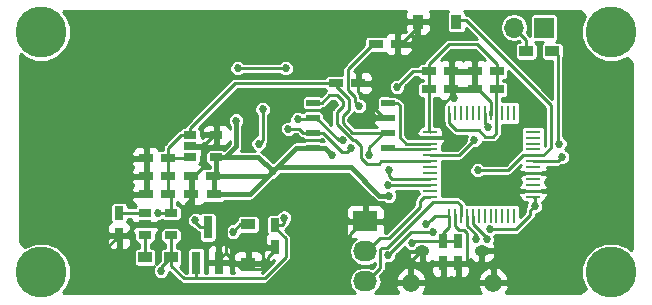
<source format=gbl>
G04 #@! TF.FileFunction,Copper,L2,Bot,Signal*
%FSLAX46Y46*%
G04 Gerber Fmt 4.6, Leading zero omitted, Abs format (unit mm)*
G04 Created by KiCad (PCBNEW 4.0.6) date Fri Jul  7 23:07:04 2017*
%MOMM*%
%LPD*%
G01*
G04 APERTURE LIST*
%ADD10C,0.090000*%
%ADD11C,4.318000*%
%ADD12R,0.750000X1.200000*%
%ADD13R,1.200000X0.750000*%
%ADD14R,1.220000X0.910000*%
%ADD15R,0.910000X1.220000*%
%ADD16R,2.032000X1.727200*%
%ADD17O,2.032000X1.727200*%
%ADD18O,1.250000X0.950000*%
%ADD19O,1.422400X1.550000*%
%ADD20R,1.200000X0.900000*%
%ADD21R,1.060000X0.650000*%
%ADD22R,0.250000X1.300000*%
%ADD23R,1.300000X0.250000*%
%ADD24R,1.143000X0.508000*%
%ADD25R,1.700000X1.700000*%
%ADD26O,1.700000X1.700000*%
%ADD27R,0.800000X1.900000*%
%ADD28C,0.685800*%
%ADD29C,0.228600*%
%ADD30C,0.381000*%
%ADD31C,0.254000*%
G04 APERTURE END LIST*
D10*
D11*
X111760000Y-117475000D03*
X111760000Y-97155000D03*
X160020000Y-97155000D03*
D12*
X118364000Y-112461000D03*
X118364000Y-114361000D03*
D13*
X122550000Y-110871000D03*
X120650000Y-110871000D03*
X122550000Y-109347000D03*
X120650000Y-109347000D03*
X122550000Y-107823000D03*
X120650000Y-107823000D03*
X126360000Y-109347000D03*
X124460000Y-109347000D03*
X126365000Y-110871000D03*
X124465000Y-110871000D03*
X136718000Y-101473000D03*
X138618000Y-101473000D03*
X150368000Y-100457000D03*
X148468000Y-100457000D03*
X150368000Y-101981000D03*
X148468000Y-101981000D03*
D12*
X145796000Y-114808000D03*
X145796000Y-116708000D03*
X147066000Y-114808000D03*
X147066000Y-116708000D03*
D13*
X144592000Y-101981000D03*
X146492000Y-101981000D03*
X144592000Y-100457000D03*
X146492000Y-100457000D03*
D14*
X129286000Y-113427000D03*
X129286000Y-116697000D03*
D15*
X146923000Y-96266000D03*
X143653000Y-96266000D03*
D16*
X139192000Y-113157000D03*
D17*
X139192000Y-115697000D03*
X139192000Y-118237000D03*
D18*
X144057100Y-115658460D03*
X149057100Y-115658460D03*
D19*
X143057100Y-118358460D03*
X150057100Y-118358460D03*
D20*
X120566000Y-116205000D03*
X122766000Y-116205000D03*
X155041600Y-98755200D03*
X152841600Y-98755200D03*
D21*
X120566000Y-114361000D03*
X120566000Y-113411000D03*
X120566000Y-112461000D03*
X122766000Y-112461000D03*
X122766000Y-114361000D03*
X124376000Y-107757000D03*
X124376000Y-106807000D03*
X124376000Y-105857000D03*
X126576000Y-105857000D03*
X126576000Y-107757000D03*
D22*
X146316000Y-103981000D03*
X146816000Y-103981000D03*
X147316000Y-103981000D03*
X147816000Y-103981000D03*
X148316000Y-103981000D03*
X148816000Y-103981000D03*
X149316000Y-103981000D03*
X149816000Y-103981000D03*
X150316000Y-103981000D03*
X150816000Y-103981000D03*
X151316000Y-103981000D03*
X151816000Y-103981000D03*
D23*
X153416000Y-105581000D03*
X153416000Y-106081000D03*
X153416000Y-106581000D03*
X153416000Y-107081000D03*
X153416000Y-107581000D03*
X153416000Y-108081000D03*
X153416000Y-108581000D03*
X153416000Y-109081000D03*
X153416000Y-109581000D03*
X153416000Y-110081000D03*
X153416000Y-110581000D03*
X153416000Y-111081000D03*
D22*
X151816000Y-112681000D03*
X151316000Y-112681000D03*
X150816000Y-112681000D03*
X150316000Y-112681000D03*
X149816000Y-112681000D03*
X149316000Y-112681000D03*
X148816000Y-112681000D03*
X148316000Y-112681000D03*
X147816000Y-112681000D03*
X147316000Y-112681000D03*
X146816000Y-112681000D03*
X146316000Y-112681000D03*
D23*
X144716000Y-111081000D03*
X144716000Y-110581000D03*
X144716000Y-110081000D03*
X144716000Y-109581000D03*
X144716000Y-109081000D03*
X144716000Y-108581000D03*
X144716000Y-108081000D03*
X144716000Y-107581000D03*
X144716000Y-107081000D03*
X144716000Y-106581000D03*
X144716000Y-106081000D03*
X144716000Y-105581000D03*
D24*
X134747000Y-103124000D03*
X134747000Y-104394000D03*
X134747000Y-105664000D03*
X134747000Y-106934000D03*
X141097000Y-106934000D03*
X141097000Y-105664000D03*
X141097000Y-104394000D03*
X141097000Y-103124000D03*
D11*
X160020000Y-117475000D03*
D13*
X140081000Y-98171000D03*
X141981000Y-98171000D03*
D12*
X131572000Y-113477000D03*
X131572000Y-115377000D03*
D25*
X154330400Y-96774000D03*
D26*
X151790400Y-96774000D03*
D27*
X126807000Y-116665000D03*
X124907000Y-116665000D03*
X125857000Y-113665000D03*
D28*
X132346405Y-112854244D03*
X138679889Y-103402090D03*
X121920000Y-117348000D03*
X133859018Y-109373771D03*
X146685000Y-102743000D03*
X115824000Y-118491000D03*
X136906000Y-114808000D03*
X133604000Y-99187000D03*
X118491000Y-98679000D03*
X116967000Y-97155000D03*
X155321000Y-110490000D03*
X120777000Y-104648000D03*
X117221000Y-115570000D03*
X124968000Y-112141000D03*
X121666000Y-112471200D03*
X144923495Y-114052501D03*
X139547568Y-107569000D03*
X141135130Y-116037911D03*
X143163803Y-114995936D03*
X136398000Y-107543600D03*
X141898502Y-101775539D03*
X144392767Y-113371213D03*
X141224000Y-110998000D03*
X149733000Y-113851702D03*
X153543000Y-111887000D03*
X131358088Y-108946121D03*
X128270000Y-104648000D03*
X149595967Y-105142966D03*
X148722937Y-108837709D03*
X124815600Y-113080800D03*
X149480062Y-114677442D03*
X148558493Y-114681020D03*
X138002611Y-106933990D03*
X132689600Y-105333800D03*
X155651200Y-106578400D03*
X137290082Y-106311122D03*
X133477000Y-104521000D03*
X148452093Y-106298980D03*
X141224000Y-108839000D03*
X141097000Y-110109000D03*
X155846672Y-107714048D03*
X128016000Y-114046000D03*
X132461000Y-100203000D03*
X128397000Y-100203000D03*
X130517899Y-103670101D03*
X130175000Y-106595400D03*
D29*
X132346405Y-113306195D02*
X132346405Y-112854244D01*
X131572000Y-113477000D02*
X132175600Y-113477000D01*
X132175600Y-113477000D02*
X132346405Y-113306195D01*
X137718822Y-100308178D02*
X137718822Y-102046256D01*
X137718822Y-102046256D02*
X138336990Y-102664424D01*
X139856000Y-98171000D02*
X137718822Y-100308178D01*
X140081000Y-98171000D02*
X139856000Y-98171000D01*
X138336990Y-102664424D02*
X138336990Y-103059191D01*
X138336990Y-103059191D02*
X138679889Y-103402090D01*
X130683000Y-117983000D02*
X132461000Y-116205000D01*
X124841000Y-117983000D02*
X130683000Y-117983000D01*
X132461000Y-114591000D02*
X131572000Y-113702000D01*
X132461000Y-116205000D02*
X132461000Y-114591000D01*
X131572000Y-113702000D02*
X131572000Y-113477000D01*
X123825000Y-117983000D02*
X124841000Y-117983000D01*
X124907000Y-116665000D02*
X124907000Y-117843600D01*
X124841000Y-117909600D02*
X124841000Y-117983000D01*
X124907000Y-117843600D02*
X124841000Y-117909600D01*
X122766000Y-116205000D02*
X122766000Y-116924000D01*
X122766000Y-116924000D02*
X123825000Y-117983000D01*
X121920000Y-117348000D02*
X121920000Y-117051000D01*
X121920000Y-117051000D02*
X122766000Y-116205000D01*
X122766000Y-114361000D02*
X122766000Y-116205000D01*
X133858000Y-111887000D02*
X133859018Y-111885982D01*
X133859018Y-109858704D02*
X133859018Y-109373771D01*
X133859018Y-111885982D02*
X133859018Y-109858704D01*
X133858000Y-111887000D02*
X133858000Y-116459000D01*
X131826000Y-118491000D02*
X116308933Y-118491000D01*
X133858000Y-116459000D02*
X131826000Y-118491000D01*
X116308933Y-118491000D02*
X115824000Y-118491000D01*
X126807000Y-116665000D02*
X126807000Y-116398000D01*
X126807000Y-116398000D02*
X127381000Y-115824000D01*
X129286000Y-117190101D02*
X128747101Y-117190101D01*
X128747101Y-117190101D02*
X127381000Y-115824000D01*
X127381000Y-115824000D02*
X127381000Y-113173000D01*
X127381000Y-113173000D02*
X127381000Y-112489400D01*
X130383681Y-117190101D02*
X129286000Y-117190101D01*
X129286000Y-116697000D02*
X129286000Y-117190101D01*
X131572000Y-115377000D02*
X131572000Y-115602000D01*
X131572000Y-115602000D02*
X130968400Y-116205600D01*
X130968400Y-116605382D02*
X130383681Y-117190101D01*
X130968400Y-116205600D02*
X130968400Y-116605382D01*
X152144398Y-110488398D02*
X152237000Y-110581000D01*
X152237000Y-110581000D02*
X153416000Y-110581000D01*
X152144398Y-109474002D02*
X152144398Y-110488398D01*
X146816000Y-112681000D02*
X146816000Y-113559600D01*
X147570899Y-113915899D02*
X147828000Y-114173000D01*
X146816000Y-113559600D02*
X147172299Y-113915899D01*
X147172299Y-113915899D02*
X147570899Y-113915899D01*
X147828000Y-114173000D02*
X147828000Y-116708000D01*
X142748000Y-104991600D02*
X142748000Y-103310858D01*
X141266074Y-102577899D02*
X140939343Y-102251168D01*
X140939343Y-101630657D02*
X141097000Y-101473000D01*
X140939343Y-102251168D02*
X140939343Y-101630657D01*
X142748000Y-103310858D02*
X142015041Y-102577899D01*
X142015041Y-102577899D02*
X141266074Y-102577899D01*
X143837400Y-106081000D02*
X142748000Y-104991600D01*
X144716000Y-106081000D02*
X143837400Y-106081000D01*
X146685000Y-102743000D02*
X146685000Y-102174000D01*
X146685000Y-102174000D02*
X146492000Y-101981000D01*
X146492000Y-101981000D02*
X147447000Y-101981000D01*
X147447000Y-101981000D02*
X148468000Y-101981000D01*
X146492000Y-101981000D02*
X146267000Y-101981000D01*
X136906000Y-114808000D02*
X137541000Y-114808000D01*
X137947400Y-114249200D02*
X139039600Y-113157000D01*
X137541000Y-114808000D02*
X137947400Y-114401600D01*
X137947400Y-114401600D02*
X137947400Y-114249200D01*
X139039600Y-113157000D02*
X139192000Y-113157000D01*
X127381000Y-112489400D02*
X127983400Y-111887000D01*
X127983400Y-111887000D02*
X131572000Y-111887000D01*
X130683000Y-112776000D02*
X131572000Y-111887000D01*
X131572000Y-111887000D02*
X133858000Y-111887000D01*
X131572000Y-115377000D02*
X130968400Y-115377000D01*
X130968400Y-115377000D02*
X130683000Y-115091600D01*
X130683000Y-115091600D02*
X130683000Y-112776000D01*
X133858000Y-111887000D02*
X136677400Y-111887000D01*
X134874000Y-99187000D02*
X133604000Y-99187000D01*
X137922000Y-96139000D02*
X134874000Y-99187000D01*
X143780000Y-96139000D02*
X137922000Y-96139000D01*
X141981000Y-98171000D02*
X142206000Y-98171000D01*
X142206000Y-98171000D02*
X143780000Y-96597000D01*
X143780000Y-96597000D02*
X143780000Y-96139000D01*
X141981000Y-98171000D02*
X141981000Y-98774600D01*
X141097000Y-99658600D02*
X141097000Y-101473000D01*
X141981000Y-98774600D02*
X141097000Y-99658600D01*
X116967000Y-97155000D02*
X118491000Y-98679000D01*
X136677400Y-111887000D02*
X137947400Y-113157000D01*
X137947400Y-113157000D02*
X139192000Y-113157000D01*
X154385600Y-110490000D02*
X155321000Y-110490000D01*
X153416000Y-110581000D02*
X154294600Y-110581000D01*
X154294600Y-110581000D02*
X154385600Y-110490000D01*
X125349000Y-107021400D02*
X125349000Y-106879000D01*
X125349000Y-106879000D02*
X126371000Y-105857000D01*
X126371000Y-105857000D02*
X126576000Y-105857000D01*
X120650000Y-104775000D02*
X120777000Y-104648000D01*
X120650000Y-107823000D02*
X120650000Y-104775000D01*
X117221000Y-115570000D02*
X117221000Y-115504000D01*
X117221000Y-115504000D02*
X118364000Y-114361000D01*
X124968000Y-112141000D02*
X127032600Y-112141000D01*
X127032600Y-112141000D02*
X127381000Y-112489400D01*
X139446600Y-101473000D02*
X138618000Y-101473000D01*
X141097000Y-101473000D02*
X139446600Y-101473000D01*
X144716000Y-106081000D02*
X145594600Y-106081000D01*
X145594600Y-106081000D02*
X145796000Y-105879600D01*
X145796000Y-105879600D02*
X145796000Y-103280600D01*
X145796000Y-103280600D02*
X146492000Y-102584600D01*
X146492000Y-102584600D02*
X146492000Y-101981000D01*
X146492000Y-100457000D02*
X148468000Y-100457000D01*
X146492000Y-101981000D02*
X146492000Y-100457000D01*
X149816000Y-103981000D02*
X149816000Y-103080000D01*
X149816000Y-103080000D02*
X148717000Y-101981000D01*
X148717000Y-101981000D02*
X148468000Y-101981000D01*
X148468000Y-101981000D02*
X148468000Y-100457000D01*
X150057100Y-118358460D02*
X150057100Y-117354860D01*
X150057100Y-117354860D02*
X149410240Y-116708000D01*
X149410240Y-116708000D02*
X148711160Y-116708000D01*
X145796000Y-116708000D02*
X144403040Y-116708000D01*
X144403040Y-116708000D02*
X144057100Y-116362060D01*
X144057100Y-116362060D02*
X144057100Y-115658460D01*
X143057100Y-118358460D02*
X143057100Y-116508460D01*
X143057100Y-116508460D02*
X143907100Y-115658460D01*
X143907100Y-115658460D02*
X144057100Y-115658460D01*
X148711160Y-116708000D02*
X147828000Y-116708000D01*
X147828000Y-116708000D02*
X147669600Y-116708000D01*
X149057100Y-115658460D02*
X149057100Y-116362060D01*
X149057100Y-116362060D02*
X148711160Y-116708000D01*
X147669600Y-116708000D02*
X147066000Y-116708000D01*
X145796000Y-116708000D02*
X147066000Y-116708000D01*
X138618000Y-101473000D02*
X138618000Y-102232500D01*
X138618000Y-102232500D02*
X140779500Y-104394000D01*
X140779500Y-104394000D02*
X141097000Y-104394000D01*
X124460000Y-112141000D02*
X123952000Y-112141000D01*
X124968000Y-112141000D02*
X124483067Y-112141000D01*
X124483067Y-112141000D02*
X124460000Y-112141000D01*
X123952000Y-112655782D02*
X123952000Y-112141000D01*
X123952000Y-112141000D02*
X123952000Y-111760000D01*
X120566000Y-113411000D02*
X123196782Y-113411000D01*
X123196782Y-113411000D02*
X123952000Y-112655782D01*
X123952000Y-111760000D02*
X124465000Y-111247000D01*
X124465000Y-111247000D02*
X124465000Y-110871000D01*
X118364000Y-114361000D02*
X118967600Y-114361000D01*
X118967600Y-114361000D02*
X119917600Y-113411000D01*
X119917600Y-113411000D02*
X120566000Y-113411000D01*
X120650000Y-107823000D02*
X120650000Y-109347000D01*
X120650000Y-110871000D02*
X120650000Y-109347000D01*
X125349000Y-107021400D02*
X125349000Y-108683000D01*
X125349000Y-108683000D02*
X124685000Y-109347000D01*
X124685000Y-109347000D02*
X124460000Y-109347000D01*
X124376000Y-106807000D02*
X125134600Y-106807000D01*
X125134600Y-106807000D02*
X125349000Y-107021400D01*
X124465000Y-110871000D02*
X124465000Y-109352000D01*
X124465000Y-109352000D02*
X124460000Y-109347000D01*
X152537400Y-109081000D02*
X152144398Y-109474002D01*
X153416000Y-109081000D02*
X152537400Y-109081000D01*
X118364000Y-112461000D02*
X120566000Y-112461000D01*
X121997200Y-112471200D02*
X121666000Y-112471200D01*
X122766000Y-112461000D02*
X122007400Y-112461000D01*
X122007400Y-112461000D02*
X121997200Y-112471200D01*
X137287000Y-104835250D02*
X137287000Y-104267000D01*
X141097000Y-105664000D02*
X138115750Y-105664000D01*
X138115750Y-105664000D02*
X137287000Y-104835250D01*
X137820409Y-102828658D02*
X136718000Y-101726249D01*
X137287000Y-104267000D02*
X137820409Y-103733591D01*
X137820409Y-103733591D02*
X137820409Y-102828658D01*
X136718000Y-101726249D02*
X136718000Y-101473000D01*
X143120540Y-114052501D02*
X141478029Y-115695012D01*
X144923495Y-114052501D02*
X143120540Y-114052501D01*
X141478029Y-115695012D02*
X141135130Y-116037911D01*
X140779500Y-105664000D02*
X139547568Y-106895932D01*
X141097000Y-105664000D02*
X140779500Y-105664000D01*
X139547568Y-106895932D02*
X139547568Y-107084067D01*
X139547568Y-107084067D02*
X139547568Y-107569000D01*
X136718000Y-101473000D02*
X136990255Y-101473000D01*
X122705000Y-112522000D02*
X122766000Y-112461000D01*
X124376000Y-105857000D02*
X124376000Y-105303400D01*
X124376000Y-105303400D02*
X128206400Y-101473000D01*
X128206400Y-101473000D02*
X135889400Y-101473000D01*
X135889400Y-101473000D02*
X136718000Y-101473000D01*
X122766000Y-112461000D02*
X122766000Y-111087000D01*
X122766000Y-111087000D02*
X122550000Y-110871000D01*
X122550000Y-107823000D02*
X122550000Y-106924400D01*
X122550000Y-106924400D02*
X123617400Y-105857000D01*
X123617400Y-105857000D02*
X124376000Y-105857000D01*
X122550000Y-107823000D02*
X124310000Y-107823000D01*
X124310000Y-107823000D02*
X124376000Y-107757000D01*
X122550000Y-109347000D02*
X122550000Y-107823000D01*
X122550000Y-110871000D02*
X122550000Y-109347000D01*
D30*
X131358088Y-108946121D02*
X131700987Y-108603222D01*
X131700987Y-108603222D02*
X138016422Y-108603222D01*
X138016422Y-108603222D02*
X140411200Y-110998000D01*
X140411200Y-110998000D02*
X140739067Y-110998000D01*
X140739067Y-110998000D02*
X141224000Y-110998000D01*
D29*
X143351739Y-114808000D02*
X143163803Y-114995936D01*
X145796000Y-114808000D02*
X143351739Y-114808000D01*
X150012400Y-105994200D02*
X150316000Y-105690600D01*
X150316000Y-105690600D02*
X150316000Y-103981000D01*
X149352000Y-105994200D02*
X150012400Y-105994200D01*
X148818600Y-105460800D02*
X149352000Y-105994200D01*
X146917200Y-105460800D02*
X148818600Y-105460800D01*
X146316000Y-103981000D02*
X146316000Y-104859600D01*
X146316000Y-104859600D02*
X146917200Y-105460800D01*
D30*
X136055101Y-107200701D02*
X136398000Y-107543600D01*
X134747000Y-106934000D02*
X135788400Y-106934000D01*
X135788400Y-106934000D02*
X136055101Y-107200701D01*
D29*
X142241401Y-101432640D02*
X141898502Y-101775539D01*
X144592000Y-100457000D02*
X143217041Y-100457000D01*
X143217041Y-100457000D02*
X142241401Y-101432640D01*
X145796000Y-114173000D02*
X146316000Y-113653000D01*
X146316000Y-113653000D02*
X146316000Y-112681000D01*
X145796000Y-114808000D02*
X145796000Y-114173000D01*
X145082980Y-112681000D02*
X144735666Y-113028314D01*
X146316000Y-112681000D02*
X145082980Y-112681000D01*
X144735666Y-113028314D02*
X144392767Y-113371213D01*
D30*
X126576000Y-107757000D02*
X130168967Y-107757000D01*
X130168967Y-107757000D02*
X131358088Y-108946121D01*
X126365000Y-110871000D02*
X129433209Y-110871000D01*
X129433209Y-110871000D02*
X131358088Y-108946121D01*
X126360000Y-109347000D02*
X130957209Y-109347000D01*
X130957209Y-109347000D02*
X131358088Y-108946121D01*
X134747000Y-106934000D02*
X133370209Y-106934000D01*
X133370209Y-106934000D02*
X131358088Y-108946121D01*
D29*
X149733000Y-113851702D02*
X151946080Y-113851702D01*
X151946080Y-113851702D02*
X153200101Y-112597681D01*
X153200101Y-112229899D02*
X153543000Y-111887000D01*
X153200101Y-112597681D02*
X153200101Y-112229899D01*
X153543000Y-111887000D02*
X153543000Y-111208000D01*
X153543000Y-111208000D02*
X153416000Y-111081000D01*
X126365000Y-110871000D02*
X126590000Y-110871000D01*
D30*
X127334600Y-107757000D02*
X128270000Y-106821600D01*
X126576000Y-107757000D02*
X127334600Y-107757000D01*
X128270000Y-106821600D02*
X128270000Y-104648000D01*
D29*
X144592000Y-100457000D02*
X144592000Y-99853400D01*
X144592000Y-99853400D02*
X146274400Y-98171000D01*
X146274400Y-98171000D02*
X146350400Y-98171000D01*
X146350400Y-98171000D02*
X147034000Y-98171000D01*
X150368000Y-100457000D02*
X150368000Y-99853400D01*
X150368000Y-99853400D02*
X148685600Y-98171000D01*
X148685600Y-98171000D02*
X147717600Y-98171000D01*
X147717600Y-98171000D02*
X147034000Y-98171000D01*
X144592000Y-101981000D02*
X144592000Y-105457000D01*
X144592000Y-105457000D02*
X144716000Y-105581000D01*
X150316000Y-103981000D02*
X150316000Y-102033000D01*
X150316000Y-102033000D02*
X150368000Y-101981000D01*
X144592000Y-100457000D02*
X144592000Y-101981000D01*
X150368000Y-100457000D02*
X150368000Y-101981000D01*
X147066000Y-114808000D02*
X145796000Y-114808000D01*
D30*
X126365000Y-110871000D02*
X126365000Y-109352000D01*
D29*
X126365000Y-109352000D02*
X126360000Y-109347000D01*
D30*
X126576000Y-107757000D02*
X126576000Y-109131000D01*
D29*
X126576000Y-109131000D02*
X126360000Y-109347000D01*
X149316000Y-103981000D02*
X149316000Y-104862999D01*
X149316000Y-104862999D02*
X149595967Y-105142966D01*
X154294600Y-107581000D02*
X153416000Y-107581000D01*
X154940000Y-106935600D02*
X154294600Y-107581000D01*
X154940000Y-103345400D02*
X154940000Y-106935600D01*
X147050000Y-96139000D02*
X147733600Y-96139000D01*
X147733600Y-96139000D02*
X154940000Y-103345400D01*
X149207870Y-108837709D02*
X148722937Y-108837709D01*
X151280691Y-108837709D02*
X149207870Y-108837709D01*
X152537400Y-107581000D02*
X151280691Y-108837709D01*
X152537400Y-107581000D02*
X153416000Y-107581000D01*
X147050000Y-96294000D02*
X147050000Y-96139000D01*
X124815600Y-113252200D02*
X124815600Y-113080800D01*
X125857000Y-113665000D02*
X125228400Y-113665000D01*
X125228400Y-113665000D02*
X124815600Y-113252200D01*
X143837400Y-111959600D02*
X143837400Y-111434600D01*
X143837400Y-111434600D02*
X144191000Y-111081000D01*
X139192000Y-115697000D02*
X139344400Y-115697000D01*
X141192200Y-114604800D02*
X143837400Y-111959600D01*
X144191000Y-111081000D02*
X144716000Y-111081000D01*
X139344400Y-115697000D02*
X140436600Y-114604800D01*
X140436600Y-114604800D02*
X141192200Y-114604800D01*
X140500110Y-115531890D02*
X140629109Y-115402891D01*
X141018146Y-115402891D02*
X144915037Y-111506000D01*
X140629109Y-115402891D02*
X141018146Y-115402891D01*
X144915037Y-111506000D02*
X147019600Y-111506000D01*
X147019600Y-111506000D02*
X147316000Y-111802400D01*
X140500110Y-117081290D02*
X140500110Y-115531890D01*
X139192000Y-118237000D02*
X139344400Y-118237000D01*
X139344400Y-118237000D02*
X140500110Y-117081290D01*
X147316000Y-111802400D02*
X147316000Y-112681000D01*
X148316000Y-112681000D02*
X148316000Y-113391000D01*
X148316000Y-113391000D02*
X149479000Y-114554000D01*
X149479000Y-114554000D02*
X149479000Y-114678504D01*
X149479000Y-114678504D02*
X149480062Y-114677442D01*
X148558493Y-114268493D02*
X148558493Y-114681020D01*
X147816000Y-112681000D02*
X147816000Y-113526000D01*
X147816000Y-113526000D02*
X148558493Y-114268493D01*
X134747000Y-105664000D02*
X135661402Y-105664000D01*
X135661402Y-105664000D02*
X137274291Y-107276889D01*
X137274291Y-107276889D02*
X137659712Y-107276889D01*
X137659712Y-107276889D02*
X138002611Y-106933990D01*
X133616700Y-105333800D02*
X132689600Y-105333800D01*
X134747000Y-105664000D02*
X133946900Y-105664000D01*
X133946900Y-105664000D02*
X133616700Y-105333800D01*
X155524200Y-99087800D02*
X155524200Y-106451400D01*
X155524200Y-106451400D02*
X155651200Y-106578400D01*
X155041600Y-98755200D02*
X155191600Y-98755200D01*
X155191600Y-98755200D02*
X155524200Y-99087800D01*
X136981622Y-106311122D02*
X137290082Y-106311122D01*
X135064500Y-104394000D02*
X136981622Y-106311122D01*
X134747000Y-104394000D02*
X135064500Y-104394000D01*
X133477000Y-104521000D02*
X134620000Y-104521000D01*
X134620000Y-104521000D02*
X134747000Y-104394000D01*
X120566000Y-116205000D02*
X120566000Y-114361000D01*
X147170073Y-107581000D02*
X144716000Y-107581000D01*
X148452093Y-106298980D02*
X147170073Y-107581000D01*
X144716000Y-109581000D02*
X143837400Y-109581000D01*
X143837400Y-109581000D02*
X143817400Y-109601000D01*
X143817400Y-109601000D02*
X141501067Y-109601000D01*
X141224000Y-108839000D02*
X141224000Y-109323933D01*
X141224000Y-109323933D02*
X141501067Y-109601000D01*
X143809400Y-110109000D02*
X141097000Y-110109000D01*
X144716000Y-110081000D02*
X143837400Y-110081000D01*
X143837400Y-110081000D02*
X143809400Y-110109000D01*
X141097000Y-106934000D02*
X141351000Y-106934000D01*
X141351000Y-106934000D02*
X141498000Y-107081000D01*
X141498000Y-107081000D02*
X144716000Y-107081000D01*
X141097000Y-103124000D02*
X141897100Y-103124000D01*
X141897100Y-103124000D02*
X142113000Y-103339900D01*
X142113000Y-103339900D02*
X142113000Y-106045000D01*
X142113000Y-106045000D02*
X142649000Y-106581000D01*
X142649000Y-106581000D02*
X144716000Y-106581000D01*
X153416000Y-108081000D02*
X155479720Y-108081000D01*
X155479720Y-108081000D02*
X155503773Y-108056947D01*
X155503773Y-108056947D02*
X155846672Y-107714048D01*
X129286000Y-113427000D02*
X128635000Y-113427000D01*
X128635000Y-113427000D02*
X128016000Y-114046000D01*
X128397000Y-100203000D02*
X132461000Y-100203000D01*
X130175000Y-106595400D02*
X130517899Y-106252501D01*
X130517899Y-106252501D02*
X130517899Y-103670101D01*
X151790400Y-96774000D02*
X152841600Y-97825200D01*
X152841600Y-97825200D02*
X152841600Y-98755200D01*
X136779000Y-103946249D02*
X136779000Y-104902000D01*
X134747000Y-103124000D02*
X135547100Y-103124000D01*
X138307412Y-106298989D02*
X138811000Y-106802577D01*
X140335000Y-108331000D02*
X140585000Y-108081000D01*
X136779000Y-102489000D02*
X137287000Y-102997000D01*
X143837400Y-108081000D02*
X144716000Y-108081000D01*
X139319000Y-108331000D02*
X140335000Y-108331000D01*
X138811000Y-106802577D02*
X138811000Y-107823000D01*
X138175989Y-106298989D02*
X138307412Y-106298989D01*
X137287000Y-103438249D02*
X136779000Y-103946249D01*
X135547100Y-103124000D02*
X136182100Y-102489000D01*
X140585000Y-108081000D02*
X143837400Y-108081000D01*
X138811000Y-107823000D02*
X139319000Y-108331000D01*
X136779000Y-104902000D02*
X138175989Y-106298989D01*
X136182100Y-102489000D02*
X136779000Y-102489000D01*
X137287000Y-102997000D02*
X137287000Y-103438249D01*
D31*
G36*
X157857094Y-95806700D02*
X157505837Y-96652621D01*
X157504964Y-97652990D01*
X157886983Y-98577546D01*
X158593734Y-99285531D01*
X159517621Y-99669163D01*
X160517990Y-99670036D01*
X161368858Y-99318464D01*
X161798000Y-99747606D01*
X161798000Y-115511587D01*
X161698354Y-115596998D01*
X161446266Y-115344469D01*
X160522379Y-114960837D01*
X159522010Y-114959964D01*
X158597454Y-115341983D01*
X157889469Y-116048734D01*
X157505837Y-116972621D01*
X157504964Y-117972990D01*
X157876713Y-118872691D01*
X157433019Y-119253000D01*
X151093169Y-119253000D01*
X151169362Y-119177978D01*
X151373897Y-118694808D01*
X151241571Y-118485460D01*
X150184100Y-118485460D01*
X150184100Y-118505460D01*
X149930100Y-118505460D01*
X149930100Y-118485460D01*
X148872629Y-118485460D01*
X148740303Y-118694808D01*
X148944838Y-119177978D01*
X149021031Y-119253000D01*
X144093169Y-119253000D01*
X144169362Y-119177978D01*
X144373897Y-118694808D01*
X144241571Y-118485460D01*
X143184100Y-118485460D01*
X143184100Y-118505460D01*
X142930100Y-118505460D01*
X142930100Y-118485460D01*
X141872629Y-118485460D01*
X141740303Y-118694808D01*
X141944838Y-119177978D01*
X142021031Y-119253000D01*
X140003056Y-119253000D01*
X140233376Y-119099105D01*
X140497665Y-118703568D01*
X140590471Y-118237000D01*
X140547728Y-118022112D01*
X141740303Y-118022112D01*
X141872629Y-118231460D01*
X142930100Y-118231460D01*
X142930100Y-117114021D01*
X143184100Y-117114021D01*
X143184100Y-118231460D01*
X144241571Y-118231460D01*
X144373897Y-118022112D01*
X148740303Y-118022112D01*
X148872629Y-118231460D01*
X149930100Y-118231460D01*
X149930100Y-117114021D01*
X150184100Y-117114021D01*
X150184100Y-118231460D01*
X151241571Y-118231460D01*
X151373897Y-118022112D01*
X151169362Y-117538942D01*
X150795495Y-117170823D01*
X150392189Y-116990831D01*
X150184100Y-117114021D01*
X149930100Y-117114021D01*
X149722011Y-116990831D01*
X149318705Y-117170823D01*
X148944838Y-117538942D01*
X148740303Y-118022112D01*
X144373897Y-118022112D01*
X144169362Y-117538942D01*
X143795495Y-117170823D01*
X143398730Y-116993750D01*
X144786000Y-116993750D01*
X144786000Y-117434309D01*
X144882673Y-117667698D01*
X145061301Y-117846327D01*
X145294690Y-117943000D01*
X145510250Y-117943000D01*
X145669000Y-117784250D01*
X145669000Y-116835000D01*
X145923000Y-116835000D01*
X145923000Y-117784250D01*
X146081750Y-117943000D01*
X146297310Y-117943000D01*
X146431000Y-117887624D01*
X146564690Y-117943000D01*
X146780250Y-117943000D01*
X146939000Y-117784250D01*
X146939000Y-116835000D01*
X147193000Y-116835000D01*
X147193000Y-117784250D01*
X147351750Y-117943000D01*
X147567310Y-117943000D01*
X147800699Y-117846327D01*
X147979327Y-117667698D01*
X148076000Y-117434309D01*
X148076000Y-116993750D01*
X147917250Y-116835000D01*
X147193000Y-116835000D01*
X146939000Y-116835000D01*
X145923000Y-116835000D01*
X145669000Y-116835000D01*
X144944750Y-116835000D01*
X144786000Y-116993750D01*
X143398730Y-116993750D01*
X143392189Y-116990831D01*
X143184100Y-117114021D01*
X142930100Y-117114021D01*
X142722011Y-116990831D01*
X142318705Y-117170823D01*
X141944838Y-117538942D01*
X141740303Y-118022112D01*
X140547728Y-118022112D01*
X140497665Y-117770432D01*
X140488790Y-117757149D01*
X140832380Y-117413559D01*
X140934241Y-117261113D01*
X140944716Y-117208450D01*
X140970010Y-117081290D01*
X140970010Y-116725671D01*
X140995580Y-116736289D01*
X141273461Y-116736532D01*
X141530281Y-116630415D01*
X141726944Y-116434096D01*
X141833508Y-116177461D01*
X141833660Y-116003919D01*
X141881181Y-115956398D01*
X142837832Y-115956398D01*
X143021548Y-116330281D01*
X143346051Y-116618028D01*
X143755969Y-116759689D01*
X143930100Y-116611023D01*
X143930100Y-115785460D01*
X142964366Y-115785460D01*
X142837832Y-115956398D01*
X141881181Y-115956398D01*
X142534808Y-115302772D01*
X142571299Y-115391087D01*
X142767618Y-115587750D01*
X143024253Y-115694314D01*
X143302134Y-115694557D01*
X143558954Y-115588440D01*
X143616034Y-115531460D01*
X143930100Y-115531460D01*
X143930100Y-115511460D01*
X144184100Y-115511460D01*
X144184100Y-115531460D01*
X144204100Y-115531460D01*
X144204100Y-115785460D01*
X144184100Y-115785460D01*
X144184100Y-116611023D01*
X144358231Y-116759689D01*
X144768149Y-116618028D01*
X144881376Y-116517626D01*
X144944750Y-116581000D01*
X145669000Y-116581000D01*
X145669000Y-116561000D01*
X145923000Y-116561000D01*
X145923000Y-116581000D01*
X146939000Y-116581000D01*
X146939000Y-116561000D01*
X147193000Y-116561000D01*
X147193000Y-116581000D01*
X147917250Y-116581000D01*
X148076000Y-116422250D01*
X148076000Y-116378565D01*
X148346051Y-116618028D01*
X148755969Y-116759689D01*
X148930100Y-116611023D01*
X148930100Y-115785460D01*
X149184100Y-115785460D01*
X149184100Y-116611023D01*
X149358231Y-116759689D01*
X149768149Y-116618028D01*
X150092652Y-116330281D01*
X150276368Y-115956398D01*
X150149834Y-115785460D01*
X149184100Y-115785460D01*
X148930100Y-115785460D01*
X148910100Y-115785460D01*
X148910100Y-115531460D01*
X148930100Y-115531460D01*
X148930100Y-115511460D01*
X149184100Y-115511460D01*
X149184100Y-115531460D01*
X150149834Y-115531460D01*
X150276368Y-115360522D01*
X150100969Y-115003564D01*
X150178440Y-114816992D01*
X150178683Y-114539111D01*
X150136164Y-114436207D01*
X150250970Y-114321602D01*
X151946080Y-114321602D01*
X152125903Y-114285833D01*
X152278349Y-114183971D01*
X153532371Y-112929950D01*
X153634232Y-112777504D01*
X153670001Y-112597681D01*
X153670001Y-112585611D01*
X153681331Y-112585621D01*
X153938151Y-112479504D01*
X154134814Y-112283185D01*
X154241378Y-112026550D01*
X154241621Y-111748669D01*
X154159902Y-111550897D01*
X154197777Y-111543770D01*
X154318807Y-111465890D01*
X154400001Y-111347058D01*
X154420357Y-111246540D01*
X154425698Y-111244327D01*
X154604327Y-111065699D01*
X154701000Y-110832310D01*
X154701000Y-110802250D01*
X154542250Y-110643500D01*
X154238526Y-110643500D01*
X154207058Y-110621999D01*
X154066000Y-110593434D01*
X152766000Y-110593434D01*
X152634223Y-110618230D01*
X152594952Y-110643500D01*
X152289750Y-110643500D01*
X152131000Y-110802250D01*
X152131000Y-110832310D01*
X152227673Y-111065699D01*
X152406302Y-111244327D01*
X152411013Y-111246278D01*
X152428230Y-111337777D01*
X152506110Y-111458807D01*
X152624942Y-111540001D01*
X152766000Y-111568566D01*
X152918901Y-111568566D01*
X152844622Y-111747450D01*
X152844460Y-111932608D01*
X152765970Y-112050076D01*
X152730201Y-112229899D01*
X152730201Y-112403042D01*
X152303566Y-112829677D01*
X152303566Y-112031000D01*
X152278770Y-111899223D01*
X152200890Y-111778193D01*
X152082058Y-111696999D01*
X151941000Y-111668434D01*
X151691000Y-111668434D01*
X151561412Y-111692818D01*
X151441000Y-111668434D01*
X151191000Y-111668434D01*
X151061412Y-111692818D01*
X150941000Y-111668434D01*
X150691000Y-111668434D01*
X150561412Y-111692818D01*
X150441000Y-111668434D01*
X150191000Y-111668434D01*
X150061412Y-111692818D01*
X149941000Y-111668434D01*
X149691000Y-111668434D01*
X149561412Y-111692818D01*
X149441000Y-111668434D01*
X149191000Y-111668434D01*
X149061412Y-111692818D01*
X148941000Y-111668434D01*
X148691000Y-111668434D01*
X148561412Y-111692818D01*
X148441000Y-111668434D01*
X148191000Y-111668434D01*
X148061412Y-111692818D01*
X147941000Y-111668434D01*
X147759253Y-111668434D01*
X147750131Y-111622577D01*
X147735787Y-111601110D01*
X147648270Y-111470131D01*
X147351869Y-111173731D01*
X147199423Y-111071869D01*
X147019600Y-111036100D01*
X145728566Y-111036100D01*
X145728566Y-110956000D01*
X145704182Y-110826412D01*
X145728566Y-110706000D01*
X145728566Y-110456000D01*
X145704182Y-110326412D01*
X145728566Y-110206000D01*
X145728566Y-109956000D01*
X145704182Y-109826412D01*
X145728566Y-109706000D01*
X145728566Y-109456000D01*
X145704182Y-109326412D01*
X145728566Y-109206000D01*
X145728566Y-108956000D01*
X145704182Y-108826412D01*
X145728566Y-108706000D01*
X145728566Y-108456000D01*
X145704182Y-108326412D01*
X145728566Y-108206000D01*
X145728566Y-108050900D01*
X147170073Y-108050900D01*
X147349896Y-108015131D01*
X147502342Y-107913269D01*
X148418161Y-106997450D01*
X148590424Y-106997601D01*
X148847244Y-106891484D01*
X149043907Y-106695165D01*
X149150471Y-106438530D01*
X149150493Y-106413842D01*
X149168736Y-106426032D01*
X149172177Y-106428331D01*
X149352000Y-106464100D01*
X150012400Y-106464100D01*
X150192223Y-106428331D01*
X150344669Y-106326469D01*
X150648269Y-106022870D01*
X150750131Y-105870423D01*
X150752801Y-105857000D01*
X150785900Y-105690600D01*
X150785900Y-104993566D01*
X150941000Y-104993566D01*
X151070588Y-104969182D01*
X151191000Y-104993566D01*
X151441000Y-104993566D01*
X151570588Y-104969182D01*
X151691000Y-104993566D01*
X151941000Y-104993566D01*
X152072777Y-104968770D01*
X152193807Y-104890890D01*
X152275001Y-104772058D01*
X152303566Y-104631000D01*
X152303566Y-103331000D01*
X152278770Y-103199223D01*
X152200890Y-103078193D01*
X152082058Y-102996999D01*
X151941000Y-102968434D01*
X151691000Y-102968434D01*
X151561412Y-102992818D01*
X151441000Y-102968434D01*
X151191000Y-102968434D01*
X151061412Y-102992818D01*
X150941000Y-102968434D01*
X150785900Y-102968434D01*
X150785900Y-102718566D01*
X150968000Y-102718566D01*
X151099777Y-102693770D01*
X151220807Y-102615890D01*
X151302001Y-102497058D01*
X151330566Y-102356000D01*
X151330566Y-101606000D01*
X151305770Y-101474223D01*
X151227890Y-101353193D01*
X151109058Y-101271999D01*
X150968000Y-101243434D01*
X150837900Y-101243434D01*
X150837900Y-101194566D01*
X150968000Y-101194566D01*
X151099777Y-101169770D01*
X151220807Y-101091890D01*
X151302001Y-100973058D01*
X151330566Y-100832000D01*
X151330566Y-100400505D01*
X154470100Y-103540039D01*
X154470100Y-106740961D01*
X154409142Y-106801920D01*
X154428566Y-106706000D01*
X154428566Y-106456000D01*
X154404182Y-106326412D01*
X154428566Y-106206000D01*
X154428566Y-105956000D01*
X154404182Y-105826412D01*
X154428566Y-105706000D01*
X154428566Y-105456000D01*
X154403770Y-105324223D01*
X154325890Y-105203193D01*
X154207058Y-105121999D01*
X154066000Y-105093434D01*
X152766000Y-105093434D01*
X152634223Y-105118230D01*
X152513193Y-105196110D01*
X152431999Y-105314942D01*
X152403434Y-105456000D01*
X152403434Y-105706000D01*
X152427818Y-105835588D01*
X152403434Y-105956000D01*
X152403434Y-106206000D01*
X152427818Y-106335588D01*
X152403434Y-106456000D01*
X152403434Y-106706000D01*
X152427818Y-106835588D01*
X152403434Y-106956000D01*
X152403434Y-107137747D01*
X152357577Y-107146869D01*
X152205131Y-107248730D01*
X151086053Y-108367809D01*
X149240823Y-108367809D01*
X149119122Y-108245895D01*
X148862487Y-108139331D01*
X148584606Y-108139088D01*
X148327786Y-108245205D01*
X148131123Y-108441524D01*
X148024559Y-108698159D01*
X148024316Y-108976040D01*
X148130433Y-109232860D01*
X148326752Y-109429523D01*
X148583387Y-109536087D01*
X148861268Y-109536330D01*
X149118088Y-109430213D01*
X149240907Y-109307609D01*
X151280691Y-109307609D01*
X151307632Y-109302250D01*
X152131000Y-109302250D01*
X152131000Y-109332310D01*
X152227673Y-109565699D01*
X152406302Y-109744327D01*
X152411013Y-109746278D01*
X152427818Y-109835588D01*
X152411643Y-109915460D01*
X152406302Y-109917673D01*
X152227673Y-110096301D01*
X152131000Y-110329690D01*
X152131000Y-110359750D01*
X152289750Y-110518500D01*
X152593474Y-110518500D01*
X152624942Y-110540001D01*
X152766000Y-110568566D01*
X154066000Y-110568566D01*
X154197777Y-110543770D01*
X154237048Y-110518500D01*
X154542250Y-110518500D01*
X154701000Y-110359750D01*
X154701000Y-110329690D01*
X154604327Y-110096301D01*
X154425698Y-109917673D01*
X154420987Y-109915722D01*
X154404182Y-109826412D01*
X154420357Y-109746540D01*
X154425698Y-109744327D01*
X154604327Y-109565699D01*
X154701000Y-109332310D01*
X154701000Y-109302250D01*
X154542250Y-109143500D01*
X154238526Y-109143500D01*
X154207058Y-109121999D01*
X154066000Y-109093434D01*
X152766000Y-109093434D01*
X152634223Y-109118230D01*
X152594952Y-109143500D01*
X152289750Y-109143500D01*
X152131000Y-109302250D01*
X151307632Y-109302250D01*
X151460514Y-109271840D01*
X151612960Y-109169978D01*
X152422858Y-108360080D01*
X152411643Y-108415460D01*
X152406302Y-108417673D01*
X152227673Y-108596301D01*
X152131000Y-108829690D01*
X152131000Y-108859750D01*
X152289750Y-109018500D01*
X152593474Y-109018500D01*
X152624942Y-109040001D01*
X152766000Y-109068566D01*
X154066000Y-109068566D01*
X154197777Y-109043770D01*
X154237048Y-109018500D01*
X154542250Y-109018500D01*
X154701000Y-108859750D01*
X154701000Y-108829690D01*
X154604327Y-108596301D01*
X154558926Y-108550900D01*
X155479720Y-108550900D01*
X155659543Y-108515131D01*
X155811989Y-108413269D01*
X155812740Y-108412518D01*
X155985003Y-108412669D01*
X156241823Y-108306552D01*
X156438486Y-108110233D01*
X156545050Y-107853598D01*
X156545293Y-107575717D01*
X156439176Y-107318897D01*
X156242857Y-107122234D01*
X156138511Y-107078906D01*
X156243014Y-106974585D01*
X156349578Y-106717950D01*
X156349821Y-106440069D01*
X156243704Y-106183249D01*
X156047385Y-105986586D01*
X155994100Y-105964460D01*
X155994100Y-99254907D01*
X156004166Y-99205200D01*
X156004166Y-98305200D01*
X155979370Y-98173423D01*
X155901490Y-98052393D01*
X155782658Y-97971199D01*
X155641600Y-97942634D01*
X155341915Y-97942634D01*
X155433207Y-97883890D01*
X155514401Y-97765058D01*
X155542966Y-97624000D01*
X155542966Y-95924000D01*
X155518170Y-95792223D01*
X155440290Y-95671193D01*
X155321458Y-95589999D01*
X155180400Y-95561434D01*
X153480400Y-95561434D01*
X153348623Y-95586230D01*
X153227593Y-95664110D01*
X153146399Y-95782942D01*
X153117834Y-95924000D01*
X153117834Y-97436895D01*
X152910151Y-97229212D01*
X152996000Y-96797619D01*
X152996000Y-96750381D01*
X152904229Y-96289018D01*
X152642888Y-95897893D01*
X152251763Y-95636552D01*
X151790400Y-95544781D01*
X151329037Y-95636552D01*
X150937912Y-95897893D01*
X150676571Y-96289018D01*
X150584800Y-96750381D01*
X150584800Y-96797619D01*
X150676571Y-97258982D01*
X150937912Y-97650107D01*
X151329037Y-97911448D01*
X151790400Y-98003219D01*
X152251763Y-97911448D01*
X152258684Y-97906823D01*
X152294495Y-97942634D01*
X152241600Y-97942634D01*
X152109823Y-97967430D01*
X151988793Y-98045310D01*
X151907599Y-98164142D01*
X151879034Y-98305200D01*
X151879034Y-99205200D01*
X151903830Y-99336977D01*
X151981710Y-99458007D01*
X152100542Y-99539201D01*
X152241600Y-99567766D01*
X153441600Y-99567766D01*
X153573377Y-99542970D01*
X153694407Y-99465090D01*
X153775601Y-99346258D01*
X153804166Y-99205200D01*
X153804166Y-98305200D01*
X153779370Y-98173423D01*
X153701490Y-98052393D01*
X153605148Y-97986566D01*
X154280085Y-97986566D01*
X154188793Y-98045310D01*
X154107599Y-98164142D01*
X154079034Y-98305200D01*
X154079034Y-99205200D01*
X154103830Y-99336977D01*
X154181710Y-99458007D01*
X154300542Y-99539201D01*
X154441600Y-99567766D01*
X155054300Y-99567766D01*
X155054300Y-102795161D01*
X148065869Y-95806731D01*
X147913423Y-95704869D01*
X147740566Y-95670486D01*
X147740566Y-95656000D01*
X147715770Y-95524223D01*
X147637890Y-95403193D01*
X147599555Y-95377000D01*
X157427394Y-95377000D01*
X157857094Y-95806700D01*
X157857094Y-95806700D01*
G37*
X157857094Y-95806700D02*
X157505837Y-96652621D01*
X157504964Y-97652990D01*
X157886983Y-98577546D01*
X158593734Y-99285531D01*
X159517621Y-99669163D01*
X160517990Y-99670036D01*
X161368858Y-99318464D01*
X161798000Y-99747606D01*
X161798000Y-115511587D01*
X161698354Y-115596998D01*
X161446266Y-115344469D01*
X160522379Y-114960837D01*
X159522010Y-114959964D01*
X158597454Y-115341983D01*
X157889469Y-116048734D01*
X157505837Y-116972621D01*
X157504964Y-117972990D01*
X157876713Y-118872691D01*
X157433019Y-119253000D01*
X151093169Y-119253000D01*
X151169362Y-119177978D01*
X151373897Y-118694808D01*
X151241571Y-118485460D01*
X150184100Y-118485460D01*
X150184100Y-118505460D01*
X149930100Y-118505460D01*
X149930100Y-118485460D01*
X148872629Y-118485460D01*
X148740303Y-118694808D01*
X148944838Y-119177978D01*
X149021031Y-119253000D01*
X144093169Y-119253000D01*
X144169362Y-119177978D01*
X144373897Y-118694808D01*
X144241571Y-118485460D01*
X143184100Y-118485460D01*
X143184100Y-118505460D01*
X142930100Y-118505460D01*
X142930100Y-118485460D01*
X141872629Y-118485460D01*
X141740303Y-118694808D01*
X141944838Y-119177978D01*
X142021031Y-119253000D01*
X140003056Y-119253000D01*
X140233376Y-119099105D01*
X140497665Y-118703568D01*
X140590471Y-118237000D01*
X140547728Y-118022112D01*
X141740303Y-118022112D01*
X141872629Y-118231460D01*
X142930100Y-118231460D01*
X142930100Y-117114021D01*
X143184100Y-117114021D01*
X143184100Y-118231460D01*
X144241571Y-118231460D01*
X144373897Y-118022112D01*
X148740303Y-118022112D01*
X148872629Y-118231460D01*
X149930100Y-118231460D01*
X149930100Y-117114021D01*
X150184100Y-117114021D01*
X150184100Y-118231460D01*
X151241571Y-118231460D01*
X151373897Y-118022112D01*
X151169362Y-117538942D01*
X150795495Y-117170823D01*
X150392189Y-116990831D01*
X150184100Y-117114021D01*
X149930100Y-117114021D01*
X149722011Y-116990831D01*
X149318705Y-117170823D01*
X148944838Y-117538942D01*
X148740303Y-118022112D01*
X144373897Y-118022112D01*
X144169362Y-117538942D01*
X143795495Y-117170823D01*
X143398730Y-116993750D01*
X144786000Y-116993750D01*
X144786000Y-117434309D01*
X144882673Y-117667698D01*
X145061301Y-117846327D01*
X145294690Y-117943000D01*
X145510250Y-117943000D01*
X145669000Y-117784250D01*
X145669000Y-116835000D01*
X145923000Y-116835000D01*
X145923000Y-117784250D01*
X146081750Y-117943000D01*
X146297310Y-117943000D01*
X146431000Y-117887624D01*
X146564690Y-117943000D01*
X146780250Y-117943000D01*
X146939000Y-117784250D01*
X146939000Y-116835000D01*
X147193000Y-116835000D01*
X147193000Y-117784250D01*
X147351750Y-117943000D01*
X147567310Y-117943000D01*
X147800699Y-117846327D01*
X147979327Y-117667698D01*
X148076000Y-117434309D01*
X148076000Y-116993750D01*
X147917250Y-116835000D01*
X147193000Y-116835000D01*
X146939000Y-116835000D01*
X145923000Y-116835000D01*
X145669000Y-116835000D01*
X144944750Y-116835000D01*
X144786000Y-116993750D01*
X143398730Y-116993750D01*
X143392189Y-116990831D01*
X143184100Y-117114021D01*
X142930100Y-117114021D01*
X142722011Y-116990831D01*
X142318705Y-117170823D01*
X141944838Y-117538942D01*
X141740303Y-118022112D01*
X140547728Y-118022112D01*
X140497665Y-117770432D01*
X140488790Y-117757149D01*
X140832380Y-117413559D01*
X140934241Y-117261113D01*
X140944716Y-117208450D01*
X140970010Y-117081290D01*
X140970010Y-116725671D01*
X140995580Y-116736289D01*
X141273461Y-116736532D01*
X141530281Y-116630415D01*
X141726944Y-116434096D01*
X141833508Y-116177461D01*
X141833660Y-116003919D01*
X141881181Y-115956398D01*
X142837832Y-115956398D01*
X143021548Y-116330281D01*
X143346051Y-116618028D01*
X143755969Y-116759689D01*
X143930100Y-116611023D01*
X143930100Y-115785460D01*
X142964366Y-115785460D01*
X142837832Y-115956398D01*
X141881181Y-115956398D01*
X142534808Y-115302772D01*
X142571299Y-115391087D01*
X142767618Y-115587750D01*
X143024253Y-115694314D01*
X143302134Y-115694557D01*
X143558954Y-115588440D01*
X143616034Y-115531460D01*
X143930100Y-115531460D01*
X143930100Y-115511460D01*
X144184100Y-115511460D01*
X144184100Y-115531460D01*
X144204100Y-115531460D01*
X144204100Y-115785460D01*
X144184100Y-115785460D01*
X144184100Y-116611023D01*
X144358231Y-116759689D01*
X144768149Y-116618028D01*
X144881376Y-116517626D01*
X144944750Y-116581000D01*
X145669000Y-116581000D01*
X145669000Y-116561000D01*
X145923000Y-116561000D01*
X145923000Y-116581000D01*
X146939000Y-116581000D01*
X146939000Y-116561000D01*
X147193000Y-116561000D01*
X147193000Y-116581000D01*
X147917250Y-116581000D01*
X148076000Y-116422250D01*
X148076000Y-116378565D01*
X148346051Y-116618028D01*
X148755969Y-116759689D01*
X148930100Y-116611023D01*
X148930100Y-115785460D01*
X149184100Y-115785460D01*
X149184100Y-116611023D01*
X149358231Y-116759689D01*
X149768149Y-116618028D01*
X150092652Y-116330281D01*
X150276368Y-115956398D01*
X150149834Y-115785460D01*
X149184100Y-115785460D01*
X148930100Y-115785460D01*
X148910100Y-115785460D01*
X148910100Y-115531460D01*
X148930100Y-115531460D01*
X148930100Y-115511460D01*
X149184100Y-115511460D01*
X149184100Y-115531460D01*
X150149834Y-115531460D01*
X150276368Y-115360522D01*
X150100969Y-115003564D01*
X150178440Y-114816992D01*
X150178683Y-114539111D01*
X150136164Y-114436207D01*
X150250970Y-114321602D01*
X151946080Y-114321602D01*
X152125903Y-114285833D01*
X152278349Y-114183971D01*
X153532371Y-112929950D01*
X153634232Y-112777504D01*
X153670001Y-112597681D01*
X153670001Y-112585611D01*
X153681331Y-112585621D01*
X153938151Y-112479504D01*
X154134814Y-112283185D01*
X154241378Y-112026550D01*
X154241621Y-111748669D01*
X154159902Y-111550897D01*
X154197777Y-111543770D01*
X154318807Y-111465890D01*
X154400001Y-111347058D01*
X154420357Y-111246540D01*
X154425698Y-111244327D01*
X154604327Y-111065699D01*
X154701000Y-110832310D01*
X154701000Y-110802250D01*
X154542250Y-110643500D01*
X154238526Y-110643500D01*
X154207058Y-110621999D01*
X154066000Y-110593434D01*
X152766000Y-110593434D01*
X152634223Y-110618230D01*
X152594952Y-110643500D01*
X152289750Y-110643500D01*
X152131000Y-110802250D01*
X152131000Y-110832310D01*
X152227673Y-111065699D01*
X152406302Y-111244327D01*
X152411013Y-111246278D01*
X152428230Y-111337777D01*
X152506110Y-111458807D01*
X152624942Y-111540001D01*
X152766000Y-111568566D01*
X152918901Y-111568566D01*
X152844622Y-111747450D01*
X152844460Y-111932608D01*
X152765970Y-112050076D01*
X152730201Y-112229899D01*
X152730201Y-112403042D01*
X152303566Y-112829677D01*
X152303566Y-112031000D01*
X152278770Y-111899223D01*
X152200890Y-111778193D01*
X152082058Y-111696999D01*
X151941000Y-111668434D01*
X151691000Y-111668434D01*
X151561412Y-111692818D01*
X151441000Y-111668434D01*
X151191000Y-111668434D01*
X151061412Y-111692818D01*
X150941000Y-111668434D01*
X150691000Y-111668434D01*
X150561412Y-111692818D01*
X150441000Y-111668434D01*
X150191000Y-111668434D01*
X150061412Y-111692818D01*
X149941000Y-111668434D01*
X149691000Y-111668434D01*
X149561412Y-111692818D01*
X149441000Y-111668434D01*
X149191000Y-111668434D01*
X149061412Y-111692818D01*
X148941000Y-111668434D01*
X148691000Y-111668434D01*
X148561412Y-111692818D01*
X148441000Y-111668434D01*
X148191000Y-111668434D01*
X148061412Y-111692818D01*
X147941000Y-111668434D01*
X147759253Y-111668434D01*
X147750131Y-111622577D01*
X147735787Y-111601110D01*
X147648270Y-111470131D01*
X147351869Y-111173731D01*
X147199423Y-111071869D01*
X147019600Y-111036100D01*
X145728566Y-111036100D01*
X145728566Y-110956000D01*
X145704182Y-110826412D01*
X145728566Y-110706000D01*
X145728566Y-110456000D01*
X145704182Y-110326412D01*
X145728566Y-110206000D01*
X145728566Y-109956000D01*
X145704182Y-109826412D01*
X145728566Y-109706000D01*
X145728566Y-109456000D01*
X145704182Y-109326412D01*
X145728566Y-109206000D01*
X145728566Y-108956000D01*
X145704182Y-108826412D01*
X145728566Y-108706000D01*
X145728566Y-108456000D01*
X145704182Y-108326412D01*
X145728566Y-108206000D01*
X145728566Y-108050900D01*
X147170073Y-108050900D01*
X147349896Y-108015131D01*
X147502342Y-107913269D01*
X148418161Y-106997450D01*
X148590424Y-106997601D01*
X148847244Y-106891484D01*
X149043907Y-106695165D01*
X149150471Y-106438530D01*
X149150493Y-106413842D01*
X149168736Y-106426032D01*
X149172177Y-106428331D01*
X149352000Y-106464100D01*
X150012400Y-106464100D01*
X150192223Y-106428331D01*
X150344669Y-106326469D01*
X150648269Y-106022870D01*
X150750131Y-105870423D01*
X150752801Y-105857000D01*
X150785900Y-105690600D01*
X150785900Y-104993566D01*
X150941000Y-104993566D01*
X151070588Y-104969182D01*
X151191000Y-104993566D01*
X151441000Y-104993566D01*
X151570588Y-104969182D01*
X151691000Y-104993566D01*
X151941000Y-104993566D01*
X152072777Y-104968770D01*
X152193807Y-104890890D01*
X152275001Y-104772058D01*
X152303566Y-104631000D01*
X152303566Y-103331000D01*
X152278770Y-103199223D01*
X152200890Y-103078193D01*
X152082058Y-102996999D01*
X151941000Y-102968434D01*
X151691000Y-102968434D01*
X151561412Y-102992818D01*
X151441000Y-102968434D01*
X151191000Y-102968434D01*
X151061412Y-102992818D01*
X150941000Y-102968434D01*
X150785900Y-102968434D01*
X150785900Y-102718566D01*
X150968000Y-102718566D01*
X151099777Y-102693770D01*
X151220807Y-102615890D01*
X151302001Y-102497058D01*
X151330566Y-102356000D01*
X151330566Y-101606000D01*
X151305770Y-101474223D01*
X151227890Y-101353193D01*
X151109058Y-101271999D01*
X150968000Y-101243434D01*
X150837900Y-101243434D01*
X150837900Y-101194566D01*
X150968000Y-101194566D01*
X151099777Y-101169770D01*
X151220807Y-101091890D01*
X151302001Y-100973058D01*
X151330566Y-100832000D01*
X151330566Y-100400505D01*
X154470100Y-103540039D01*
X154470100Y-106740961D01*
X154409142Y-106801920D01*
X154428566Y-106706000D01*
X154428566Y-106456000D01*
X154404182Y-106326412D01*
X154428566Y-106206000D01*
X154428566Y-105956000D01*
X154404182Y-105826412D01*
X154428566Y-105706000D01*
X154428566Y-105456000D01*
X154403770Y-105324223D01*
X154325890Y-105203193D01*
X154207058Y-105121999D01*
X154066000Y-105093434D01*
X152766000Y-105093434D01*
X152634223Y-105118230D01*
X152513193Y-105196110D01*
X152431999Y-105314942D01*
X152403434Y-105456000D01*
X152403434Y-105706000D01*
X152427818Y-105835588D01*
X152403434Y-105956000D01*
X152403434Y-106206000D01*
X152427818Y-106335588D01*
X152403434Y-106456000D01*
X152403434Y-106706000D01*
X152427818Y-106835588D01*
X152403434Y-106956000D01*
X152403434Y-107137747D01*
X152357577Y-107146869D01*
X152205131Y-107248730D01*
X151086053Y-108367809D01*
X149240823Y-108367809D01*
X149119122Y-108245895D01*
X148862487Y-108139331D01*
X148584606Y-108139088D01*
X148327786Y-108245205D01*
X148131123Y-108441524D01*
X148024559Y-108698159D01*
X148024316Y-108976040D01*
X148130433Y-109232860D01*
X148326752Y-109429523D01*
X148583387Y-109536087D01*
X148861268Y-109536330D01*
X149118088Y-109430213D01*
X149240907Y-109307609D01*
X151280691Y-109307609D01*
X151307632Y-109302250D01*
X152131000Y-109302250D01*
X152131000Y-109332310D01*
X152227673Y-109565699D01*
X152406302Y-109744327D01*
X152411013Y-109746278D01*
X152427818Y-109835588D01*
X152411643Y-109915460D01*
X152406302Y-109917673D01*
X152227673Y-110096301D01*
X152131000Y-110329690D01*
X152131000Y-110359750D01*
X152289750Y-110518500D01*
X152593474Y-110518500D01*
X152624942Y-110540001D01*
X152766000Y-110568566D01*
X154066000Y-110568566D01*
X154197777Y-110543770D01*
X154237048Y-110518500D01*
X154542250Y-110518500D01*
X154701000Y-110359750D01*
X154701000Y-110329690D01*
X154604327Y-110096301D01*
X154425698Y-109917673D01*
X154420987Y-109915722D01*
X154404182Y-109826412D01*
X154420357Y-109746540D01*
X154425698Y-109744327D01*
X154604327Y-109565699D01*
X154701000Y-109332310D01*
X154701000Y-109302250D01*
X154542250Y-109143500D01*
X154238526Y-109143500D01*
X154207058Y-109121999D01*
X154066000Y-109093434D01*
X152766000Y-109093434D01*
X152634223Y-109118230D01*
X152594952Y-109143500D01*
X152289750Y-109143500D01*
X152131000Y-109302250D01*
X151307632Y-109302250D01*
X151460514Y-109271840D01*
X151612960Y-109169978D01*
X152422858Y-108360080D01*
X152411643Y-108415460D01*
X152406302Y-108417673D01*
X152227673Y-108596301D01*
X152131000Y-108829690D01*
X152131000Y-108859750D01*
X152289750Y-109018500D01*
X152593474Y-109018500D01*
X152624942Y-109040001D01*
X152766000Y-109068566D01*
X154066000Y-109068566D01*
X154197777Y-109043770D01*
X154237048Y-109018500D01*
X154542250Y-109018500D01*
X154701000Y-108859750D01*
X154701000Y-108829690D01*
X154604327Y-108596301D01*
X154558926Y-108550900D01*
X155479720Y-108550900D01*
X155659543Y-108515131D01*
X155811989Y-108413269D01*
X155812740Y-108412518D01*
X155985003Y-108412669D01*
X156241823Y-108306552D01*
X156438486Y-108110233D01*
X156545050Y-107853598D01*
X156545293Y-107575717D01*
X156439176Y-107318897D01*
X156242857Y-107122234D01*
X156138511Y-107078906D01*
X156243014Y-106974585D01*
X156349578Y-106717950D01*
X156349821Y-106440069D01*
X156243704Y-106183249D01*
X156047385Y-105986586D01*
X155994100Y-105964460D01*
X155994100Y-99254907D01*
X156004166Y-99205200D01*
X156004166Y-98305200D01*
X155979370Y-98173423D01*
X155901490Y-98052393D01*
X155782658Y-97971199D01*
X155641600Y-97942634D01*
X155341915Y-97942634D01*
X155433207Y-97883890D01*
X155514401Y-97765058D01*
X155542966Y-97624000D01*
X155542966Y-95924000D01*
X155518170Y-95792223D01*
X155440290Y-95671193D01*
X155321458Y-95589999D01*
X155180400Y-95561434D01*
X153480400Y-95561434D01*
X153348623Y-95586230D01*
X153227593Y-95664110D01*
X153146399Y-95782942D01*
X153117834Y-95924000D01*
X153117834Y-97436895D01*
X152910151Y-97229212D01*
X152996000Y-96797619D01*
X152996000Y-96750381D01*
X152904229Y-96289018D01*
X152642888Y-95897893D01*
X152251763Y-95636552D01*
X151790400Y-95544781D01*
X151329037Y-95636552D01*
X150937912Y-95897893D01*
X150676571Y-96289018D01*
X150584800Y-96750381D01*
X150584800Y-96797619D01*
X150676571Y-97258982D01*
X150937912Y-97650107D01*
X151329037Y-97911448D01*
X151790400Y-98003219D01*
X152251763Y-97911448D01*
X152258684Y-97906823D01*
X152294495Y-97942634D01*
X152241600Y-97942634D01*
X152109823Y-97967430D01*
X151988793Y-98045310D01*
X151907599Y-98164142D01*
X151879034Y-98305200D01*
X151879034Y-99205200D01*
X151903830Y-99336977D01*
X151981710Y-99458007D01*
X152100542Y-99539201D01*
X152241600Y-99567766D01*
X153441600Y-99567766D01*
X153573377Y-99542970D01*
X153694407Y-99465090D01*
X153775601Y-99346258D01*
X153804166Y-99205200D01*
X153804166Y-98305200D01*
X153779370Y-98173423D01*
X153701490Y-98052393D01*
X153605148Y-97986566D01*
X154280085Y-97986566D01*
X154188793Y-98045310D01*
X154107599Y-98164142D01*
X154079034Y-98305200D01*
X154079034Y-99205200D01*
X154103830Y-99336977D01*
X154181710Y-99458007D01*
X154300542Y-99539201D01*
X154441600Y-99567766D01*
X155054300Y-99567766D01*
X155054300Y-102795161D01*
X148065869Y-95806731D01*
X147913423Y-95704869D01*
X147740566Y-95670486D01*
X147740566Y-95656000D01*
X147715770Y-95524223D01*
X147637890Y-95403193D01*
X147599555Y-95377000D01*
X157427394Y-95377000D01*
X157857094Y-95806700D01*
G36*
X142563000Y-95529690D02*
X142563000Y-95980250D01*
X142721750Y-96139000D01*
X143526000Y-96139000D01*
X143526000Y-96119000D01*
X143780000Y-96119000D01*
X143780000Y-96139000D01*
X144584250Y-96139000D01*
X144743000Y-95980250D01*
X144743000Y-95529690D01*
X144679754Y-95377000D01*
X146244891Y-95377000D01*
X146215193Y-95396110D01*
X146133999Y-95514942D01*
X146105434Y-95656000D01*
X146105434Y-96876000D01*
X146130230Y-97007777D01*
X146208110Y-97128807D01*
X146326942Y-97210001D01*
X146468000Y-97238566D01*
X147378000Y-97238566D01*
X147509777Y-97213770D01*
X147630807Y-97135890D01*
X147712001Y-97017058D01*
X147740566Y-96876000D01*
X147740566Y-96810504D01*
X148631162Y-97701100D01*
X146274400Y-97701100D01*
X146094577Y-97736869D01*
X145942131Y-97838730D01*
X144259731Y-99521131D01*
X144157869Y-99673577D01*
X144148747Y-99719434D01*
X143992000Y-99719434D01*
X143860223Y-99744230D01*
X143739193Y-99822110D01*
X143657999Y-99940942D01*
X143648652Y-99987100D01*
X143217041Y-99987100D01*
X143037218Y-100022869D01*
X142884771Y-100124731D01*
X141932434Y-101077069D01*
X141760171Y-101076918D01*
X141503351Y-101183035D01*
X141306688Y-101379354D01*
X141200124Y-101635989D01*
X141199881Y-101913870D01*
X141305998Y-102170690D01*
X141502317Y-102367353D01*
X141758952Y-102473917D01*
X142036833Y-102474160D01*
X142293653Y-102368043D01*
X142490316Y-102171724D01*
X142596880Y-101915089D01*
X142597032Y-101741547D01*
X143411680Y-100926900D01*
X143647291Y-100926900D01*
X143654230Y-100963777D01*
X143732110Y-101084807D01*
X143850942Y-101166001D01*
X143992000Y-101194566D01*
X144122100Y-101194566D01*
X144122100Y-101243434D01*
X143992000Y-101243434D01*
X143860223Y-101268230D01*
X143739193Y-101346110D01*
X143657999Y-101464942D01*
X143629434Y-101606000D01*
X143629434Y-102356000D01*
X143654230Y-102487777D01*
X143732110Y-102608807D01*
X143850942Y-102690001D01*
X143992000Y-102718566D01*
X144122100Y-102718566D01*
X144122100Y-105093434D01*
X144066000Y-105093434D01*
X143934223Y-105118230D01*
X143813193Y-105196110D01*
X143731999Y-105314942D01*
X143711643Y-105415460D01*
X143706302Y-105417673D01*
X143527673Y-105596301D01*
X143431000Y-105829690D01*
X143431000Y-105859750D01*
X143589750Y-106018500D01*
X143893474Y-106018500D01*
X143924942Y-106040001D01*
X144066000Y-106068566D01*
X145366000Y-106068566D01*
X145497777Y-106043770D01*
X145537048Y-106018500D01*
X145842250Y-106018500D01*
X146001000Y-105859750D01*
X146001000Y-105829690D01*
X145904327Y-105596301D01*
X145725698Y-105417673D01*
X145720987Y-105415722D01*
X145703770Y-105324223D01*
X145625890Y-105203193D01*
X145507058Y-105121999D01*
X145366000Y-105093434D01*
X145061900Y-105093434D01*
X145061900Y-102718566D01*
X145192000Y-102718566D01*
X145323777Y-102693770D01*
X145340210Y-102683196D01*
X145353673Y-102715699D01*
X145532302Y-102894327D01*
X145765691Y-102991000D01*
X146071074Y-102991000D01*
X146059223Y-102993230D01*
X145938193Y-103071110D01*
X145856999Y-103189942D01*
X145828434Y-103331000D01*
X145828434Y-104631000D01*
X145846100Y-104724885D01*
X145846100Y-104859600D01*
X145878576Y-105022869D01*
X145881869Y-105039423D01*
X145983731Y-105191869D01*
X146584930Y-105793069D01*
X146715064Y-105880022D01*
X146737377Y-105894931D01*
X146917200Y-105930700D01*
X147848692Y-105930700D01*
X147753715Y-106159430D01*
X147753563Y-106332971D01*
X146975435Y-107111100D01*
X145728566Y-107111100D01*
X145728566Y-106956000D01*
X145704182Y-106826412D01*
X145720357Y-106746540D01*
X145725698Y-106744327D01*
X145904327Y-106565699D01*
X146001000Y-106332310D01*
X146001000Y-106302250D01*
X145842250Y-106143500D01*
X145538526Y-106143500D01*
X145507058Y-106121999D01*
X145366000Y-106093434D01*
X144066000Y-106093434D01*
X143972115Y-106111100D01*
X142843639Y-106111100D01*
X142582900Y-105850362D01*
X142582900Y-103339900D01*
X142547131Y-103160077D01*
X142523025Y-103124000D01*
X142445270Y-103007631D01*
X142229369Y-102791731D01*
X142076923Y-102689869D01*
X141960218Y-102666655D01*
X141928390Y-102617193D01*
X141809558Y-102535999D01*
X141668500Y-102507434D01*
X140525500Y-102507434D01*
X140393723Y-102532230D01*
X140272693Y-102610110D01*
X140191499Y-102728942D01*
X140162934Y-102870000D01*
X140162934Y-103378000D01*
X140187730Y-103509777D01*
X140229804Y-103575162D01*
X140165801Y-103601673D01*
X139987173Y-103780302D01*
X139890500Y-104013691D01*
X139890500Y-104108250D01*
X140049250Y-104267000D01*
X140970000Y-104267000D01*
X140970000Y-104247000D01*
X141224000Y-104247000D01*
X141224000Y-104267000D01*
X141244000Y-104267000D01*
X141244000Y-104521000D01*
X141224000Y-104521000D01*
X141224000Y-104541000D01*
X140970000Y-104541000D01*
X140970000Y-104521000D01*
X140049250Y-104521000D01*
X139890500Y-104679750D01*
X139890500Y-104774309D01*
X139987173Y-105007698D01*
X140165801Y-105186327D01*
X140184567Y-105194100D01*
X138310389Y-105194100D01*
X137756900Y-104640612D01*
X137756900Y-104461638D01*
X138152678Y-104065861D01*
X138234017Y-103944129D01*
X138283704Y-103993904D01*
X138540339Y-104100468D01*
X138818220Y-104100711D01*
X139075040Y-103994594D01*
X139271703Y-103798275D01*
X139378267Y-103541640D01*
X139378510Y-103263759D01*
X139272393Y-103006939D01*
X139076074Y-102810276D01*
X138819439Y-102703712D01*
X138806890Y-102703701D01*
X138806890Y-102664424D01*
X138771121Y-102484601D01*
X138768305Y-102480387D01*
X138745002Y-102445511D01*
X138745002Y-102324252D01*
X138903750Y-102483000D01*
X139344309Y-102483000D01*
X139577698Y-102386327D01*
X139756327Y-102207699D01*
X139853000Y-101974310D01*
X139853000Y-101758750D01*
X139694250Y-101600000D01*
X138745000Y-101600000D01*
X138745000Y-101620000D01*
X138491000Y-101620000D01*
X138491000Y-101600000D01*
X138471000Y-101600000D01*
X138471000Y-101346000D01*
X138491000Y-101346000D01*
X138491000Y-100621750D01*
X138745000Y-100621750D01*
X138745000Y-101346000D01*
X139694250Y-101346000D01*
X139853000Y-101187250D01*
X139853000Y-100971690D01*
X139756327Y-100738301D01*
X139577698Y-100559673D01*
X139344309Y-100463000D01*
X138903750Y-100463000D01*
X138745000Y-100621750D01*
X138491000Y-100621750D01*
X138332250Y-100463000D01*
X138228538Y-100463000D01*
X139782973Y-98908566D01*
X140681000Y-98908566D01*
X140812777Y-98883770D01*
X140829210Y-98873196D01*
X140842673Y-98905699D01*
X141021302Y-99084327D01*
X141254691Y-99181000D01*
X141695250Y-99181000D01*
X141854000Y-99022250D01*
X141854000Y-98298000D01*
X142108000Y-98298000D01*
X142108000Y-99022250D01*
X142266750Y-99181000D01*
X142707309Y-99181000D01*
X142940698Y-99084327D01*
X143119327Y-98905699D01*
X143216000Y-98672310D01*
X143216000Y-98456750D01*
X143057250Y-98298000D01*
X142108000Y-98298000D01*
X141854000Y-98298000D01*
X141834000Y-98298000D01*
X141834000Y-98044000D01*
X141854000Y-98044000D01*
X141854000Y-97319750D01*
X142108000Y-97319750D01*
X142108000Y-98044000D01*
X143057250Y-98044000D01*
X143216000Y-97885250D01*
X143216000Y-97669690D01*
X143150268Y-97511000D01*
X143367250Y-97511000D01*
X143526000Y-97352250D01*
X143526000Y-96393000D01*
X143780000Y-96393000D01*
X143780000Y-97352250D01*
X143938750Y-97511000D01*
X144234309Y-97511000D01*
X144467698Y-97414327D01*
X144646327Y-97235699D01*
X144743000Y-97002310D01*
X144743000Y-96551750D01*
X144584250Y-96393000D01*
X143780000Y-96393000D01*
X143526000Y-96393000D01*
X142721750Y-96393000D01*
X142563000Y-96551750D01*
X142563000Y-97002310D01*
X142628732Y-97161000D01*
X142266750Y-97161000D01*
X142108000Y-97319750D01*
X141854000Y-97319750D01*
X141695250Y-97161000D01*
X141254691Y-97161000D01*
X141021302Y-97257673D01*
X140842673Y-97436301D01*
X140829829Y-97467309D01*
X140822058Y-97461999D01*
X140681000Y-97433434D01*
X139481000Y-97433434D01*
X139349223Y-97458230D01*
X139228193Y-97536110D01*
X139146999Y-97654942D01*
X139118434Y-97796000D01*
X139118434Y-98244027D01*
X137386553Y-99975909D01*
X137284691Y-100128355D01*
X137248922Y-100308178D01*
X137248922Y-100735434D01*
X136118000Y-100735434D01*
X135986223Y-100760230D01*
X135865193Y-100838110D01*
X135783999Y-100956942D01*
X135774652Y-101003100D01*
X128206400Y-101003100D01*
X128026577Y-101038869D01*
X127874131Y-101140730D01*
X124043731Y-104971131D01*
X123941869Y-105123577D01*
X123932747Y-105169434D01*
X123846000Y-105169434D01*
X123714223Y-105194230D01*
X123593193Y-105272110D01*
X123511999Y-105390942D01*
X123508386Y-105408784D01*
X123437577Y-105422869D01*
X123285131Y-105524730D01*
X122217731Y-106592131D01*
X122115869Y-106744577D01*
X122080100Y-106924400D01*
X122080100Y-107085434D01*
X121950000Y-107085434D01*
X121818223Y-107110230D01*
X121801790Y-107120804D01*
X121788327Y-107088301D01*
X121609698Y-106909673D01*
X121376309Y-106813000D01*
X120935750Y-106813000D01*
X120777000Y-106971750D01*
X120777000Y-107696000D01*
X120797000Y-107696000D01*
X120797000Y-107950000D01*
X120777000Y-107950000D01*
X120777000Y-109220000D01*
X120797000Y-109220000D01*
X120797000Y-109474000D01*
X120777000Y-109474000D01*
X120777000Y-110744000D01*
X120797000Y-110744000D01*
X120797000Y-110998000D01*
X120777000Y-110998000D01*
X120777000Y-111018000D01*
X120523000Y-111018000D01*
X120523000Y-110998000D01*
X119573750Y-110998000D01*
X119415000Y-111156750D01*
X119415000Y-111372310D01*
X119511673Y-111605699D01*
X119690302Y-111784327D01*
X119833592Y-111843680D01*
X119783193Y-111876110D01*
X119704624Y-111991100D01*
X119101566Y-111991100D01*
X119101566Y-111861000D01*
X119076770Y-111729223D01*
X118998890Y-111608193D01*
X118880058Y-111526999D01*
X118739000Y-111498434D01*
X117989000Y-111498434D01*
X117857223Y-111523230D01*
X117736193Y-111601110D01*
X117654999Y-111719942D01*
X117626434Y-111861000D01*
X117626434Y-113061000D01*
X117651230Y-113192777D01*
X117661804Y-113209210D01*
X117629301Y-113222673D01*
X117450673Y-113401302D01*
X117354000Y-113634691D01*
X117354000Y-114075250D01*
X117512750Y-114234000D01*
X118237000Y-114234000D01*
X118237000Y-114214000D01*
X118491000Y-114214000D01*
X118491000Y-114234000D01*
X119215250Y-114234000D01*
X119374000Y-114075250D01*
X119374000Y-113696750D01*
X119401000Y-113696750D01*
X119401000Y-113862310D01*
X119497673Y-114095699D01*
X119673434Y-114271459D01*
X119673434Y-114686000D01*
X119698230Y-114817777D01*
X119776110Y-114938807D01*
X119894942Y-115020001D01*
X120036000Y-115048566D01*
X120096100Y-115048566D01*
X120096100Y-115392434D01*
X119966000Y-115392434D01*
X119834223Y-115417230D01*
X119713193Y-115495110D01*
X119631999Y-115613942D01*
X119603434Y-115755000D01*
X119603434Y-116655000D01*
X119628230Y-116786777D01*
X119706110Y-116907807D01*
X119824942Y-116989001D01*
X119966000Y-117017566D01*
X121166000Y-117017566D01*
X121297777Y-116992770D01*
X121316067Y-116981001D01*
X121221622Y-117208450D01*
X121221379Y-117486331D01*
X121327496Y-117743151D01*
X121523815Y-117939814D01*
X121780450Y-118046378D01*
X122058331Y-118046621D01*
X122315151Y-117940504D01*
X122511814Y-117744185D01*
X122618378Y-117487550D01*
X122618419Y-117440957D01*
X123492730Y-118315269D01*
X123588857Y-118379499D01*
X123645177Y-118417131D01*
X123825000Y-118452900D01*
X130683000Y-118452900D01*
X130862823Y-118417131D01*
X131015269Y-118315269D01*
X132793270Y-116537269D01*
X132895131Y-116384823D01*
X132930900Y-116205000D01*
X132930900Y-114591000D01*
X132895131Y-114411177D01*
X132874499Y-114380299D01*
X132793270Y-114258731D01*
X132409522Y-113874983D01*
X132507869Y-113809269D01*
X132678675Y-113638464D01*
X132780536Y-113486018D01*
X132799940Y-113388466D01*
X132938219Y-113250429D01*
X133044783Y-112993794D01*
X133045026Y-112715913D01*
X132938909Y-112459093D01*
X132742590Y-112262430D01*
X132512986Y-112167090D01*
X137541000Y-112167090D01*
X137541000Y-112871250D01*
X137699750Y-113030000D01*
X139065000Y-113030000D01*
X139065000Y-111817150D01*
X139319000Y-111817150D01*
X139319000Y-113030000D01*
X140684250Y-113030000D01*
X140843000Y-112871250D01*
X140843000Y-112167090D01*
X140746327Y-111933701D01*
X140567698Y-111755073D01*
X140334309Y-111658400D01*
X139477750Y-111658400D01*
X139319000Y-111817150D01*
X139065000Y-111817150D01*
X138906250Y-111658400D01*
X138049691Y-111658400D01*
X137816302Y-111755073D01*
X137637673Y-111933701D01*
X137541000Y-112167090D01*
X132512986Y-112167090D01*
X132485955Y-112155866D01*
X132208074Y-112155623D01*
X131951254Y-112261740D01*
X131754591Y-112458059D01*
X131731182Y-112514434D01*
X131197000Y-112514434D01*
X131065223Y-112539230D01*
X130944193Y-112617110D01*
X130862999Y-112735942D01*
X130834434Y-112877000D01*
X130834434Y-114077000D01*
X130859230Y-114208777D01*
X130869804Y-114225210D01*
X130837301Y-114238673D01*
X130658673Y-114417302D01*
X130562000Y-114650691D01*
X130562000Y-115091250D01*
X130720750Y-115250000D01*
X131445000Y-115250000D01*
X131445000Y-115230000D01*
X131699000Y-115230000D01*
X131699000Y-115250000D01*
X131719000Y-115250000D01*
X131719000Y-115504000D01*
X131699000Y-115504000D01*
X131699000Y-115524000D01*
X131445000Y-115524000D01*
X131445000Y-115504000D01*
X130720750Y-115504000D01*
X130562000Y-115662750D01*
X130562000Y-116103309D01*
X130658673Y-116336698D01*
X130837301Y-116515327D01*
X131070690Y-116612000D01*
X131286250Y-116612000D01*
X131444998Y-116453252D01*
X131444998Y-116556463D01*
X130488362Y-117513100D01*
X130432925Y-117513100D01*
X130434327Y-117511698D01*
X130531000Y-117278309D01*
X130531000Y-116982750D01*
X130372250Y-116824000D01*
X129413000Y-116824000D01*
X129413000Y-116844000D01*
X129159000Y-116844000D01*
X129159000Y-116824000D01*
X128199750Y-116824000D01*
X128041000Y-116982750D01*
X128041000Y-117278309D01*
X128137673Y-117511698D01*
X128139075Y-117513100D01*
X127842000Y-117513100D01*
X127842000Y-116950750D01*
X127683250Y-116792000D01*
X126934000Y-116792000D01*
X126934000Y-116812000D01*
X126680000Y-116812000D01*
X126680000Y-116792000D01*
X125930750Y-116792000D01*
X125772000Y-116950750D01*
X125772000Y-117513100D01*
X125669566Y-117513100D01*
X125669566Y-115715000D01*
X125645799Y-115588691D01*
X125772000Y-115588691D01*
X125772000Y-116379250D01*
X125930750Y-116538000D01*
X126680000Y-116538000D01*
X126680000Y-115238750D01*
X126934000Y-115238750D01*
X126934000Y-116538000D01*
X127683250Y-116538000D01*
X127842000Y-116379250D01*
X127842000Y-116115691D01*
X128041000Y-116115691D01*
X128041000Y-116411250D01*
X128199750Y-116570000D01*
X129159000Y-116570000D01*
X129159000Y-115765750D01*
X129413000Y-115765750D01*
X129413000Y-116570000D01*
X130372250Y-116570000D01*
X130531000Y-116411250D01*
X130531000Y-116115691D01*
X130434327Y-115882302D01*
X130255699Y-115703673D01*
X130022310Y-115607000D01*
X129571750Y-115607000D01*
X129413000Y-115765750D01*
X129159000Y-115765750D01*
X129000250Y-115607000D01*
X128549690Y-115607000D01*
X128316301Y-115703673D01*
X128137673Y-115882302D01*
X128041000Y-116115691D01*
X127842000Y-116115691D01*
X127842000Y-115588691D01*
X127745327Y-115355302D01*
X127566699Y-115176673D01*
X127333310Y-115080000D01*
X127092750Y-115080000D01*
X126934000Y-115238750D01*
X126680000Y-115238750D01*
X126521250Y-115080000D01*
X126280690Y-115080000D01*
X126047301Y-115176673D01*
X125868673Y-115355302D01*
X125772000Y-115588691D01*
X125645799Y-115588691D01*
X125644770Y-115583223D01*
X125566890Y-115462193D01*
X125448058Y-115380999D01*
X125307000Y-115352434D01*
X124507000Y-115352434D01*
X124375223Y-115377230D01*
X124254193Y-115455110D01*
X124172999Y-115573942D01*
X124144434Y-115715000D01*
X124144434Y-117513100D01*
X124019639Y-117513100D01*
X123498709Y-116992170D01*
X123618807Y-116914890D01*
X123700001Y-116796058D01*
X123728566Y-116655000D01*
X123728566Y-115755000D01*
X123703770Y-115623223D01*
X123625890Y-115502193D01*
X123507058Y-115420999D01*
X123366000Y-115392434D01*
X123235900Y-115392434D01*
X123235900Y-115048566D01*
X123296000Y-115048566D01*
X123427777Y-115023770D01*
X123548807Y-114945890D01*
X123630001Y-114827058D01*
X123658566Y-114686000D01*
X123658566Y-114036000D01*
X123633770Y-113904223D01*
X123555890Y-113783193D01*
X123437058Y-113701999D01*
X123296000Y-113673434D01*
X122236000Y-113673434D01*
X122104223Y-113698230D01*
X121983193Y-113776110D01*
X121901999Y-113894942D01*
X121873434Y-114036000D01*
X121873434Y-114686000D01*
X121898230Y-114817777D01*
X121976110Y-114938807D01*
X122094942Y-115020001D01*
X122236000Y-115048566D01*
X122296100Y-115048566D01*
X122296100Y-115392434D01*
X122166000Y-115392434D01*
X122034223Y-115417230D01*
X121913193Y-115495110D01*
X121831999Y-115613942D01*
X121803434Y-115755000D01*
X121803434Y-116503028D01*
X121587731Y-116718731D01*
X121577779Y-116733626D01*
X121524849Y-116755496D01*
X121504000Y-116776308D01*
X121528566Y-116655000D01*
X121528566Y-115755000D01*
X121503770Y-115623223D01*
X121425890Y-115502193D01*
X121307058Y-115420999D01*
X121166000Y-115392434D01*
X121035900Y-115392434D01*
X121035900Y-115048566D01*
X121096000Y-115048566D01*
X121227777Y-115023770D01*
X121348807Y-114945890D01*
X121430001Y-114827058D01*
X121458566Y-114686000D01*
X121458566Y-114271459D01*
X121634327Y-114095699D01*
X121731000Y-113862310D01*
X121731000Y-113696750D01*
X121572250Y-113538000D01*
X120693000Y-113538000D01*
X120693000Y-113558000D01*
X120439000Y-113558000D01*
X120439000Y-113538000D01*
X119559750Y-113538000D01*
X119401000Y-113696750D01*
X119374000Y-113696750D01*
X119374000Y-113634691D01*
X119277327Y-113401302D01*
X119098699Y-113222673D01*
X119067691Y-113209829D01*
X119073001Y-113202058D01*
X119101566Y-113061000D01*
X119101566Y-112930900D01*
X119412925Y-112930900D01*
X119401000Y-112959690D01*
X119401000Y-113125250D01*
X119559750Y-113284000D01*
X120439000Y-113284000D01*
X120439000Y-113264000D01*
X120693000Y-113264000D01*
X120693000Y-113284000D01*
X121572250Y-113284000D01*
X121637119Y-113219131D01*
X124116979Y-113219131D01*
X124223096Y-113475951D01*
X124419415Y-113672614D01*
X124676050Y-113779178D01*
X124678041Y-113779180D01*
X124896130Y-113997269D01*
X125004731Y-114069834D01*
X125048577Y-114099131D01*
X125094434Y-114108253D01*
X125094434Y-114615000D01*
X125119230Y-114746777D01*
X125197110Y-114867807D01*
X125315942Y-114949001D01*
X125457000Y-114977566D01*
X126257000Y-114977566D01*
X126388777Y-114952770D01*
X126509807Y-114874890D01*
X126591001Y-114756058D01*
X126619566Y-114615000D01*
X126619566Y-114184331D01*
X127317379Y-114184331D01*
X127423496Y-114441151D01*
X127619815Y-114637814D01*
X127876450Y-114744378D01*
X128154331Y-114744621D01*
X128411151Y-114638504D01*
X128607814Y-114442185D01*
X128689872Y-114244566D01*
X129896000Y-114244566D01*
X130027777Y-114219770D01*
X130148807Y-114141890D01*
X130230001Y-114023058D01*
X130258566Y-113882000D01*
X130258566Y-112972000D01*
X130233770Y-112840223D01*
X130155890Y-112719193D01*
X130037058Y-112637999D01*
X129896000Y-112609434D01*
X128676000Y-112609434D01*
X128544223Y-112634230D01*
X128423193Y-112712110D01*
X128341999Y-112830942D01*
X128313434Y-112972000D01*
X128313434Y-113087579D01*
X128302730Y-113094731D01*
X128049932Y-113347530D01*
X127877669Y-113347379D01*
X127620849Y-113453496D01*
X127424186Y-113649815D01*
X127317622Y-113906450D01*
X127317379Y-114184331D01*
X126619566Y-114184331D01*
X126619566Y-112715000D01*
X126594770Y-112583223D01*
X126516890Y-112462193D01*
X126398058Y-112380999D01*
X126257000Y-112352434D01*
X125457000Y-112352434D01*
X125325223Y-112377230D01*
X125204193Y-112455110D01*
X125187840Y-112479043D01*
X124955150Y-112382422D01*
X124677269Y-112382179D01*
X124420449Y-112488296D01*
X124223786Y-112684615D01*
X124117222Y-112941250D01*
X124116979Y-113219131D01*
X121637119Y-113219131D01*
X121686532Y-113169718D01*
X121804331Y-113169821D01*
X122030864Y-113076219D01*
X122094942Y-113120001D01*
X122236000Y-113148566D01*
X123296000Y-113148566D01*
X123427777Y-113123770D01*
X123548807Y-113045890D01*
X123630001Y-112927058D01*
X123658566Y-112786000D01*
X123658566Y-112136000D01*
X123633770Y-112004223D01*
X123555890Y-111883193D01*
X123437058Y-111801999D01*
X123296000Y-111773434D01*
X123235900Y-111773434D01*
X123235900Y-111592403D01*
X123281777Y-111583770D01*
X123310053Y-111565575D01*
X123326673Y-111605699D01*
X123505302Y-111784327D01*
X123738691Y-111881000D01*
X124179250Y-111881000D01*
X124338000Y-111722250D01*
X124338000Y-110998000D01*
X124318000Y-110998000D01*
X124318000Y-110744000D01*
X124338000Y-110744000D01*
X124338000Y-110019750D01*
X124333000Y-110014750D01*
X124333000Y-109474000D01*
X124313000Y-109474000D01*
X124313000Y-109220000D01*
X124333000Y-109220000D01*
X124333000Y-109200000D01*
X124587000Y-109200000D01*
X124587000Y-109220000D01*
X124607000Y-109220000D01*
X124607000Y-109474000D01*
X124587000Y-109474000D01*
X124587000Y-110198250D01*
X124592000Y-110203250D01*
X124592000Y-110744000D01*
X124612000Y-110744000D01*
X124612000Y-110998000D01*
X124592000Y-110998000D01*
X124592000Y-111722250D01*
X124750750Y-111881000D01*
X125191309Y-111881000D01*
X125424698Y-111784327D01*
X125603327Y-111605699D01*
X125616171Y-111574691D01*
X125623942Y-111580001D01*
X125765000Y-111608566D01*
X126965000Y-111608566D01*
X127096777Y-111583770D01*
X127217807Y-111505890D01*
X127278474Y-111417100D01*
X129433209Y-111417100D01*
X129642193Y-111375531D01*
X129819360Y-111257151D01*
X131431825Y-109644686D01*
X131496419Y-109644742D01*
X131753239Y-109538625D01*
X131949902Y-109342306D01*
X132030036Y-109149322D01*
X137790220Y-109149322D01*
X140025049Y-111384151D01*
X140202216Y-111502531D01*
X140411200Y-111544100D01*
X140782181Y-111544100D01*
X140827815Y-111589814D01*
X141084450Y-111696378D01*
X141362331Y-111696621D01*
X141619151Y-111590504D01*
X141815814Y-111394185D01*
X141922378Y-111137550D01*
X141922621Y-110859669D01*
X141816504Y-110602849D01*
X141792597Y-110578900D01*
X143703434Y-110578900D01*
X143703434Y-110706000D01*
X143727818Y-110835588D01*
X143716631Y-110890830D01*
X143505131Y-111102331D01*
X143403269Y-111254777D01*
X143367500Y-111434600D01*
X143367500Y-111764961D01*
X140997562Y-114134900D01*
X140843000Y-114134900D01*
X140843000Y-113442750D01*
X140684250Y-113284000D01*
X139319000Y-113284000D01*
X139319000Y-113304000D01*
X139065000Y-113304000D01*
X139065000Y-113284000D01*
X137699750Y-113284000D01*
X137541000Y-113442750D01*
X137541000Y-114146910D01*
X137637673Y-114380299D01*
X137816302Y-114558927D01*
X138049691Y-114655600D01*
X138418958Y-114655600D01*
X138150624Y-114834895D01*
X137886335Y-115230432D01*
X137793529Y-115697000D01*
X137886335Y-116163568D01*
X138150624Y-116559105D01*
X138546161Y-116823394D01*
X139012729Y-116916200D01*
X139371271Y-116916200D01*
X139837839Y-116823394D01*
X140030210Y-116694856D01*
X140030210Y-116886651D01*
X139811495Y-117105366D01*
X139371271Y-117017800D01*
X139012729Y-117017800D01*
X138546161Y-117110606D01*
X138150624Y-117374895D01*
X137886335Y-117770432D01*
X137793529Y-118237000D01*
X137886335Y-118703568D01*
X138150624Y-119099105D01*
X138380944Y-119253000D01*
X113723413Y-119253000D01*
X113638002Y-119153354D01*
X113890531Y-118901266D01*
X114274163Y-117977379D01*
X114275036Y-116977010D01*
X113893017Y-116052454D01*
X113186266Y-115344469D01*
X112262379Y-114960837D01*
X111262010Y-114959964D01*
X110362309Y-115331713D01*
X109982000Y-114888019D01*
X109982000Y-114646750D01*
X117354000Y-114646750D01*
X117354000Y-115087309D01*
X117450673Y-115320698D01*
X117629301Y-115499327D01*
X117862690Y-115596000D01*
X118078250Y-115596000D01*
X118237000Y-115437250D01*
X118237000Y-114488000D01*
X118491000Y-114488000D01*
X118491000Y-115437250D01*
X118649750Y-115596000D01*
X118865310Y-115596000D01*
X119098699Y-115499327D01*
X119277327Y-115320698D01*
X119374000Y-115087309D01*
X119374000Y-114646750D01*
X119215250Y-114488000D01*
X118491000Y-114488000D01*
X118237000Y-114488000D01*
X117512750Y-114488000D01*
X117354000Y-114646750D01*
X109982000Y-114646750D01*
X109982000Y-109632750D01*
X119415000Y-109632750D01*
X119415000Y-109848310D01*
X119511673Y-110081699D01*
X119538974Y-110109000D01*
X119511673Y-110136301D01*
X119415000Y-110369690D01*
X119415000Y-110585250D01*
X119573750Y-110744000D01*
X120523000Y-110744000D01*
X120523000Y-109474000D01*
X119573750Y-109474000D01*
X119415000Y-109632750D01*
X109982000Y-109632750D01*
X109982000Y-108108750D01*
X119415000Y-108108750D01*
X119415000Y-108324310D01*
X119511673Y-108557699D01*
X119538974Y-108585000D01*
X119511673Y-108612301D01*
X119415000Y-108845690D01*
X119415000Y-109061250D01*
X119573750Y-109220000D01*
X120523000Y-109220000D01*
X120523000Y-107950000D01*
X119573750Y-107950000D01*
X119415000Y-108108750D01*
X109982000Y-108108750D01*
X109982000Y-107321690D01*
X119415000Y-107321690D01*
X119415000Y-107537250D01*
X119573750Y-107696000D01*
X120523000Y-107696000D01*
X120523000Y-106971750D01*
X120364250Y-106813000D01*
X119923691Y-106813000D01*
X119690302Y-106909673D01*
X119511673Y-107088301D01*
X119415000Y-107321690D01*
X109982000Y-107321690D01*
X109982000Y-100341331D01*
X127698379Y-100341331D01*
X127804496Y-100598151D01*
X128000815Y-100794814D01*
X128257450Y-100901378D01*
X128535331Y-100901621D01*
X128792151Y-100795504D01*
X128914970Y-100672900D01*
X131943114Y-100672900D01*
X132064815Y-100794814D01*
X132321450Y-100901378D01*
X132599331Y-100901621D01*
X132856151Y-100795504D01*
X133052814Y-100599185D01*
X133159378Y-100342550D01*
X133159621Y-100064669D01*
X133053504Y-99807849D01*
X132857185Y-99611186D01*
X132600550Y-99504622D01*
X132322669Y-99504379D01*
X132065849Y-99610496D01*
X131943030Y-99733100D01*
X128914886Y-99733100D01*
X128793185Y-99611186D01*
X128536550Y-99504622D01*
X128258669Y-99504379D01*
X128001849Y-99610496D01*
X127805186Y-99806815D01*
X127698622Y-100063450D01*
X127698379Y-100341331D01*
X109982000Y-100341331D01*
X109982000Y-99112606D01*
X110071633Y-99022973D01*
X110333734Y-99285531D01*
X111257621Y-99669163D01*
X112257990Y-99670036D01*
X113182546Y-99288017D01*
X113890531Y-98581266D01*
X114274163Y-97657379D01*
X114275036Y-96657010D01*
X113893017Y-95732454D01*
X113627816Y-95466790D01*
X113717606Y-95377000D01*
X142626246Y-95377000D01*
X142563000Y-95529690D01*
X142563000Y-95529690D01*
G37*
X142563000Y-95529690D02*
X142563000Y-95980250D01*
X142721750Y-96139000D01*
X143526000Y-96139000D01*
X143526000Y-96119000D01*
X143780000Y-96119000D01*
X143780000Y-96139000D01*
X144584250Y-96139000D01*
X144743000Y-95980250D01*
X144743000Y-95529690D01*
X144679754Y-95377000D01*
X146244891Y-95377000D01*
X146215193Y-95396110D01*
X146133999Y-95514942D01*
X146105434Y-95656000D01*
X146105434Y-96876000D01*
X146130230Y-97007777D01*
X146208110Y-97128807D01*
X146326942Y-97210001D01*
X146468000Y-97238566D01*
X147378000Y-97238566D01*
X147509777Y-97213770D01*
X147630807Y-97135890D01*
X147712001Y-97017058D01*
X147740566Y-96876000D01*
X147740566Y-96810504D01*
X148631162Y-97701100D01*
X146274400Y-97701100D01*
X146094577Y-97736869D01*
X145942131Y-97838730D01*
X144259731Y-99521131D01*
X144157869Y-99673577D01*
X144148747Y-99719434D01*
X143992000Y-99719434D01*
X143860223Y-99744230D01*
X143739193Y-99822110D01*
X143657999Y-99940942D01*
X143648652Y-99987100D01*
X143217041Y-99987100D01*
X143037218Y-100022869D01*
X142884771Y-100124731D01*
X141932434Y-101077069D01*
X141760171Y-101076918D01*
X141503351Y-101183035D01*
X141306688Y-101379354D01*
X141200124Y-101635989D01*
X141199881Y-101913870D01*
X141305998Y-102170690D01*
X141502317Y-102367353D01*
X141758952Y-102473917D01*
X142036833Y-102474160D01*
X142293653Y-102368043D01*
X142490316Y-102171724D01*
X142596880Y-101915089D01*
X142597032Y-101741547D01*
X143411680Y-100926900D01*
X143647291Y-100926900D01*
X143654230Y-100963777D01*
X143732110Y-101084807D01*
X143850942Y-101166001D01*
X143992000Y-101194566D01*
X144122100Y-101194566D01*
X144122100Y-101243434D01*
X143992000Y-101243434D01*
X143860223Y-101268230D01*
X143739193Y-101346110D01*
X143657999Y-101464942D01*
X143629434Y-101606000D01*
X143629434Y-102356000D01*
X143654230Y-102487777D01*
X143732110Y-102608807D01*
X143850942Y-102690001D01*
X143992000Y-102718566D01*
X144122100Y-102718566D01*
X144122100Y-105093434D01*
X144066000Y-105093434D01*
X143934223Y-105118230D01*
X143813193Y-105196110D01*
X143731999Y-105314942D01*
X143711643Y-105415460D01*
X143706302Y-105417673D01*
X143527673Y-105596301D01*
X143431000Y-105829690D01*
X143431000Y-105859750D01*
X143589750Y-106018500D01*
X143893474Y-106018500D01*
X143924942Y-106040001D01*
X144066000Y-106068566D01*
X145366000Y-106068566D01*
X145497777Y-106043770D01*
X145537048Y-106018500D01*
X145842250Y-106018500D01*
X146001000Y-105859750D01*
X146001000Y-105829690D01*
X145904327Y-105596301D01*
X145725698Y-105417673D01*
X145720987Y-105415722D01*
X145703770Y-105324223D01*
X145625890Y-105203193D01*
X145507058Y-105121999D01*
X145366000Y-105093434D01*
X145061900Y-105093434D01*
X145061900Y-102718566D01*
X145192000Y-102718566D01*
X145323777Y-102693770D01*
X145340210Y-102683196D01*
X145353673Y-102715699D01*
X145532302Y-102894327D01*
X145765691Y-102991000D01*
X146071074Y-102991000D01*
X146059223Y-102993230D01*
X145938193Y-103071110D01*
X145856999Y-103189942D01*
X145828434Y-103331000D01*
X145828434Y-104631000D01*
X145846100Y-104724885D01*
X145846100Y-104859600D01*
X145878576Y-105022869D01*
X145881869Y-105039423D01*
X145983731Y-105191869D01*
X146584930Y-105793069D01*
X146715064Y-105880022D01*
X146737377Y-105894931D01*
X146917200Y-105930700D01*
X147848692Y-105930700D01*
X147753715Y-106159430D01*
X147753563Y-106332971D01*
X146975435Y-107111100D01*
X145728566Y-107111100D01*
X145728566Y-106956000D01*
X145704182Y-106826412D01*
X145720357Y-106746540D01*
X145725698Y-106744327D01*
X145904327Y-106565699D01*
X146001000Y-106332310D01*
X146001000Y-106302250D01*
X145842250Y-106143500D01*
X145538526Y-106143500D01*
X145507058Y-106121999D01*
X145366000Y-106093434D01*
X144066000Y-106093434D01*
X143972115Y-106111100D01*
X142843639Y-106111100D01*
X142582900Y-105850362D01*
X142582900Y-103339900D01*
X142547131Y-103160077D01*
X142523025Y-103124000D01*
X142445270Y-103007631D01*
X142229369Y-102791731D01*
X142076923Y-102689869D01*
X141960218Y-102666655D01*
X141928390Y-102617193D01*
X141809558Y-102535999D01*
X141668500Y-102507434D01*
X140525500Y-102507434D01*
X140393723Y-102532230D01*
X140272693Y-102610110D01*
X140191499Y-102728942D01*
X140162934Y-102870000D01*
X140162934Y-103378000D01*
X140187730Y-103509777D01*
X140229804Y-103575162D01*
X140165801Y-103601673D01*
X139987173Y-103780302D01*
X139890500Y-104013691D01*
X139890500Y-104108250D01*
X140049250Y-104267000D01*
X140970000Y-104267000D01*
X140970000Y-104247000D01*
X141224000Y-104247000D01*
X141224000Y-104267000D01*
X141244000Y-104267000D01*
X141244000Y-104521000D01*
X141224000Y-104521000D01*
X141224000Y-104541000D01*
X140970000Y-104541000D01*
X140970000Y-104521000D01*
X140049250Y-104521000D01*
X139890500Y-104679750D01*
X139890500Y-104774309D01*
X139987173Y-105007698D01*
X140165801Y-105186327D01*
X140184567Y-105194100D01*
X138310389Y-105194100D01*
X137756900Y-104640612D01*
X137756900Y-104461638D01*
X138152678Y-104065861D01*
X138234017Y-103944129D01*
X138283704Y-103993904D01*
X138540339Y-104100468D01*
X138818220Y-104100711D01*
X139075040Y-103994594D01*
X139271703Y-103798275D01*
X139378267Y-103541640D01*
X139378510Y-103263759D01*
X139272393Y-103006939D01*
X139076074Y-102810276D01*
X138819439Y-102703712D01*
X138806890Y-102703701D01*
X138806890Y-102664424D01*
X138771121Y-102484601D01*
X138768305Y-102480387D01*
X138745002Y-102445511D01*
X138745002Y-102324252D01*
X138903750Y-102483000D01*
X139344309Y-102483000D01*
X139577698Y-102386327D01*
X139756327Y-102207699D01*
X139853000Y-101974310D01*
X139853000Y-101758750D01*
X139694250Y-101600000D01*
X138745000Y-101600000D01*
X138745000Y-101620000D01*
X138491000Y-101620000D01*
X138491000Y-101600000D01*
X138471000Y-101600000D01*
X138471000Y-101346000D01*
X138491000Y-101346000D01*
X138491000Y-100621750D01*
X138745000Y-100621750D01*
X138745000Y-101346000D01*
X139694250Y-101346000D01*
X139853000Y-101187250D01*
X139853000Y-100971690D01*
X139756327Y-100738301D01*
X139577698Y-100559673D01*
X139344309Y-100463000D01*
X138903750Y-100463000D01*
X138745000Y-100621750D01*
X138491000Y-100621750D01*
X138332250Y-100463000D01*
X138228538Y-100463000D01*
X139782973Y-98908566D01*
X140681000Y-98908566D01*
X140812777Y-98883770D01*
X140829210Y-98873196D01*
X140842673Y-98905699D01*
X141021302Y-99084327D01*
X141254691Y-99181000D01*
X141695250Y-99181000D01*
X141854000Y-99022250D01*
X141854000Y-98298000D01*
X142108000Y-98298000D01*
X142108000Y-99022250D01*
X142266750Y-99181000D01*
X142707309Y-99181000D01*
X142940698Y-99084327D01*
X143119327Y-98905699D01*
X143216000Y-98672310D01*
X143216000Y-98456750D01*
X143057250Y-98298000D01*
X142108000Y-98298000D01*
X141854000Y-98298000D01*
X141834000Y-98298000D01*
X141834000Y-98044000D01*
X141854000Y-98044000D01*
X141854000Y-97319750D01*
X142108000Y-97319750D01*
X142108000Y-98044000D01*
X143057250Y-98044000D01*
X143216000Y-97885250D01*
X143216000Y-97669690D01*
X143150268Y-97511000D01*
X143367250Y-97511000D01*
X143526000Y-97352250D01*
X143526000Y-96393000D01*
X143780000Y-96393000D01*
X143780000Y-97352250D01*
X143938750Y-97511000D01*
X144234309Y-97511000D01*
X144467698Y-97414327D01*
X144646327Y-97235699D01*
X144743000Y-97002310D01*
X144743000Y-96551750D01*
X144584250Y-96393000D01*
X143780000Y-96393000D01*
X143526000Y-96393000D01*
X142721750Y-96393000D01*
X142563000Y-96551750D01*
X142563000Y-97002310D01*
X142628732Y-97161000D01*
X142266750Y-97161000D01*
X142108000Y-97319750D01*
X141854000Y-97319750D01*
X141695250Y-97161000D01*
X141254691Y-97161000D01*
X141021302Y-97257673D01*
X140842673Y-97436301D01*
X140829829Y-97467309D01*
X140822058Y-97461999D01*
X140681000Y-97433434D01*
X139481000Y-97433434D01*
X139349223Y-97458230D01*
X139228193Y-97536110D01*
X139146999Y-97654942D01*
X139118434Y-97796000D01*
X139118434Y-98244027D01*
X137386553Y-99975909D01*
X137284691Y-100128355D01*
X137248922Y-100308178D01*
X137248922Y-100735434D01*
X136118000Y-100735434D01*
X135986223Y-100760230D01*
X135865193Y-100838110D01*
X135783999Y-100956942D01*
X135774652Y-101003100D01*
X128206400Y-101003100D01*
X128026577Y-101038869D01*
X127874131Y-101140730D01*
X124043731Y-104971131D01*
X123941869Y-105123577D01*
X123932747Y-105169434D01*
X123846000Y-105169434D01*
X123714223Y-105194230D01*
X123593193Y-105272110D01*
X123511999Y-105390942D01*
X123508386Y-105408784D01*
X123437577Y-105422869D01*
X123285131Y-105524730D01*
X122217731Y-106592131D01*
X122115869Y-106744577D01*
X122080100Y-106924400D01*
X122080100Y-107085434D01*
X121950000Y-107085434D01*
X121818223Y-107110230D01*
X121801790Y-107120804D01*
X121788327Y-107088301D01*
X121609698Y-106909673D01*
X121376309Y-106813000D01*
X120935750Y-106813000D01*
X120777000Y-106971750D01*
X120777000Y-107696000D01*
X120797000Y-107696000D01*
X120797000Y-107950000D01*
X120777000Y-107950000D01*
X120777000Y-109220000D01*
X120797000Y-109220000D01*
X120797000Y-109474000D01*
X120777000Y-109474000D01*
X120777000Y-110744000D01*
X120797000Y-110744000D01*
X120797000Y-110998000D01*
X120777000Y-110998000D01*
X120777000Y-111018000D01*
X120523000Y-111018000D01*
X120523000Y-110998000D01*
X119573750Y-110998000D01*
X119415000Y-111156750D01*
X119415000Y-111372310D01*
X119511673Y-111605699D01*
X119690302Y-111784327D01*
X119833592Y-111843680D01*
X119783193Y-111876110D01*
X119704624Y-111991100D01*
X119101566Y-111991100D01*
X119101566Y-111861000D01*
X119076770Y-111729223D01*
X118998890Y-111608193D01*
X118880058Y-111526999D01*
X118739000Y-111498434D01*
X117989000Y-111498434D01*
X117857223Y-111523230D01*
X117736193Y-111601110D01*
X117654999Y-111719942D01*
X117626434Y-111861000D01*
X117626434Y-113061000D01*
X117651230Y-113192777D01*
X117661804Y-113209210D01*
X117629301Y-113222673D01*
X117450673Y-113401302D01*
X117354000Y-113634691D01*
X117354000Y-114075250D01*
X117512750Y-114234000D01*
X118237000Y-114234000D01*
X118237000Y-114214000D01*
X118491000Y-114214000D01*
X118491000Y-114234000D01*
X119215250Y-114234000D01*
X119374000Y-114075250D01*
X119374000Y-113696750D01*
X119401000Y-113696750D01*
X119401000Y-113862310D01*
X119497673Y-114095699D01*
X119673434Y-114271459D01*
X119673434Y-114686000D01*
X119698230Y-114817777D01*
X119776110Y-114938807D01*
X119894942Y-115020001D01*
X120036000Y-115048566D01*
X120096100Y-115048566D01*
X120096100Y-115392434D01*
X119966000Y-115392434D01*
X119834223Y-115417230D01*
X119713193Y-115495110D01*
X119631999Y-115613942D01*
X119603434Y-115755000D01*
X119603434Y-116655000D01*
X119628230Y-116786777D01*
X119706110Y-116907807D01*
X119824942Y-116989001D01*
X119966000Y-117017566D01*
X121166000Y-117017566D01*
X121297777Y-116992770D01*
X121316067Y-116981001D01*
X121221622Y-117208450D01*
X121221379Y-117486331D01*
X121327496Y-117743151D01*
X121523815Y-117939814D01*
X121780450Y-118046378D01*
X122058331Y-118046621D01*
X122315151Y-117940504D01*
X122511814Y-117744185D01*
X122618378Y-117487550D01*
X122618419Y-117440957D01*
X123492730Y-118315269D01*
X123588857Y-118379499D01*
X123645177Y-118417131D01*
X123825000Y-118452900D01*
X130683000Y-118452900D01*
X130862823Y-118417131D01*
X131015269Y-118315269D01*
X132793270Y-116537269D01*
X132895131Y-116384823D01*
X132930900Y-116205000D01*
X132930900Y-114591000D01*
X132895131Y-114411177D01*
X132874499Y-114380299D01*
X132793270Y-114258731D01*
X132409522Y-113874983D01*
X132507869Y-113809269D01*
X132678675Y-113638464D01*
X132780536Y-113486018D01*
X132799940Y-113388466D01*
X132938219Y-113250429D01*
X133044783Y-112993794D01*
X133045026Y-112715913D01*
X132938909Y-112459093D01*
X132742590Y-112262430D01*
X132512986Y-112167090D01*
X137541000Y-112167090D01*
X137541000Y-112871250D01*
X137699750Y-113030000D01*
X139065000Y-113030000D01*
X139065000Y-111817150D01*
X139319000Y-111817150D01*
X139319000Y-113030000D01*
X140684250Y-113030000D01*
X140843000Y-112871250D01*
X140843000Y-112167090D01*
X140746327Y-111933701D01*
X140567698Y-111755073D01*
X140334309Y-111658400D01*
X139477750Y-111658400D01*
X139319000Y-111817150D01*
X139065000Y-111817150D01*
X138906250Y-111658400D01*
X138049691Y-111658400D01*
X137816302Y-111755073D01*
X137637673Y-111933701D01*
X137541000Y-112167090D01*
X132512986Y-112167090D01*
X132485955Y-112155866D01*
X132208074Y-112155623D01*
X131951254Y-112261740D01*
X131754591Y-112458059D01*
X131731182Y-112514434D01*
X131197000Y-112514434D01*
X131065223Y-112539230D01*
X130944193Y-112617110D01*
X130862999Y-112735942D01*
X130834434Y-112877000D01*
X130834434Y-114077000D01*
X130859230Y-114208777D01*
X130869804Y-114225210D01*
X130837301Y-114238673D01*
X130658673Y-114417302D01*
X130562000Y-114650691D01*
X130562000Y-115091250D01*
X130720750Y-115250000D01*
X131445000Y-115250000D01*
X131445000Y-115230000D01*
X131699000Y-115230000D01*
X131699000Y-115250000D01*
X131719000Y-115250000D01*
X131719000Y-115504000D01*
X131699000Y-115504000D01*
X131699000Y-115524000D01*
X131445000Y-115524000D01*
X131445000Y-115504000D01*
X130720750Y-115504000D01*
X130562000Y-115662750D01*
X130562000Y-116103309D01*
X130658673Y-116336698D01*
X130837301Y-116515327D01*
X131070690Y-116612000D01*
X131286250Y-116612000D01*
X131444998Y-116453252D01*
X131444998Y-116556463D01*
X130488362Y-117513100D01*
X130432925Y-117513100D01*
X130434327Y-117511698D01*
X130531000Y-117278309D01*
X130531000Y-116982750D01*
X130372250Y-116824000D01*
X129413000Y-116824000D01*
X129413000Y-116844000D01*
X129159000Y-116844000D01*
X129159000Y-116824000D01*
X128199750Y-116824000D01*
X128041000Y-116982750D01*
X128041000Y-117278309D01*
X128137673Y-117511698D01*
X128139075Y-117513100D01*
X127842000Y-117513100D01*
X127842000Y-116950750D01*
X127683250Y-116792000D01*
X126934000Y-116792000D01*
X126934000Y-116812000D01*
X126680000Y-116812000D01*
X126680000Y-116792000D01*
X125930750Y-116792000D01*
X125772000Y-116950750D01*
X125772000Y-117513100D01*
X125669566Y-117513100D01*
X125669566Y-115715000D01*
X125645799Y-115588691D01*
X125772000Y-115588691D01*
X125772000Y-116379250D01*
X125930750Y-116538000D01*
X126680000Y-116538000D01*
X126680000Y-115238750D01*
X126934000Y-115238750D01*
X126934000Y-116538000D01*
X127683250Y-116538000D01*
X127842000Y-116379250D01*
X127842000Y-116115691D01*
X128041000Y-116115691D01*
X128041000Y-116411250D01*
X128199750Y-116570000D01*
X129159000Y-116570000D01*
X129159000Y-115765750D01*
X129413000Y-115765750D01*
X129413000Y-116570000D01*
X130372250Y-116570000D01*
X130531000Y-116411250D01*
X130531000Y-116115691D01*
X130434327Y-115882302D01*
X130255699Y-115703673D01*
X130022310Y-115607000D01*
X129571750Y-115607000D01*
X129413000Y-115765750D01*
X129159000Y-115765750D01*
X129000250Y-115607000D01*
X128549690Y-115607000D01*
X128316301Y-115703673D01*
X128137673Y-115882302D01*
X128041000Y-116115691D01*
X127842000Y-116115691D01*
X127842000Y-115588691D01*
X127745327Y-115355302D01*
X127566699Y-115176673D01*
X127333310Y-115080000D01*
X127092750Y-115080000D01*
X126934000Y-115238750D01*
X126680000Y-115238750D01*
X126521250Y-115080000D01*
X126280690Y-115080000D01*
X126047301Y-115176673D01*
X125868673Y-115355302D01*
X125772000Y-115588691D01*
X125645799Y-115588691D01*
X125644770Y-115583223D01*
X125566890Y-115462193D01*
X125448058Y-115380999D01*
X125307000Y-115352434D01*
X124507000Y-115352434D01*
X124375223Y-115377230D01*
X124254193Y-115455110D01*
X124172999Y-115573942D01*
X124144434Y-115715000D01*
X124144434Y-117513100D01*
X124019639Y-117513100D01*
X123498709Y-116992170D01*
X123618807Y-116914890D01*
X123700001Y-116796058D01*
X123728566Y-116655000D01*
X123728566Y-115755000D01*
X123703770Y-115623223D01*
X123625890Y-115502193D01*
X123507058Y-115420999D01*
X123366000Y-115392434D01*
X123235900Y-115392434D01*
X123235900Y-115048566D01*
X123296000Y-115048566D01*
X123427777Y-115023770D01*
X123548807Y-114945890D01*
X123630001Y-114827058D01*
X123658566Y-114686000D01*
X123658566Y-114036000D01*
X123633770Y-113904223D01*
X123555890Y-113783193D01*
X123437058Y-113701999D01*
X123296000Y-113673434D01*
X122236000Y-113673434D01*
X122104223Y-113698230D01*
X121983193Y-113776110D01*
X121901999Y-113894942D01*
X121873434Y-114036000D01*
X121873434Y-114686000D01*
X121898230Y-114817777D01*
X121976110Y-114938807D01*
X122094942Y-115020001D01*
X122236000Y-115048566D01*
X122296100Y-115048566D01*
X122296100Y-115392434D01*
X122166000Y-115392434D01*
X122034223Y-115417230D01*
X121913193Y-115495110D01*
X121831999Y-115613942D01*
X121803434Y-115755000D01*
X121803434Y-116503028D01*
X121587731Y-116718731D01*
X121577779Y-116733626D01*
X121524849Y-116755496D01*
X121504000Y-116776308D01*
X121528566Y-116655000D01*
X121528566Y-115755000D01*
X121503770Y-115623223D01*
X121425890Y-115502193D01*
X121307058Y-115420999D01*
X121166000Y-115392434D01*
X121035900Y-115392434D01*
X121035900Y-115048566D01*
X121096000Y-115048566D01*
X121227777Y-115023770D01*
X121348807Y-114945890D01*
X121430001Y-114827058D01*
X121458566Y-114686000D01*
X121458566Y-114271459D01*
X121634327Y-114095699D01*
X121731000Y-113862310D01*
X121731000Y-113696750D01*
X121572250Y-113538000D01*
X120693000Y-113538000D01*
X120693000Y-113558000D01*
X120439000Y-113558000D01*
X120439000Y-113538000D01*
X119559750Y-113538000D01*
X119401000Y-113696750D01*
X119374000Y-113696750D01*
X119374000Y-113634691D01*
X119277327Y-113401302D01*
X119098699Y-113222673D01*
X119067691Y-113209829D01*
X119073001Y-113202058D01*
X119101566Y-113061000D01*
X119101566Y-112930900D01*
X119412925Y-112930900D01*
X119401000Y-112959690D01*
X119401000Y-113125250D01*
X119559750Y-113284000D01*
X120439000Y-113284000D01*
X120439000Y-113264000D01*
X120693000Y-113264000D01*
X120693000Y-113284000D01*
X121572250Y-113284000D01*
X121637119Y-113219131D01*
X124116979Y-113219131D01*
X124223096Y-113475951D01*
X124419415Y-113672614D01*
X124676050Y-113779178D01*
X124678041Y-113779180D01*
X124896130Y-113997269D01*
X125004731Y-114069834D01*
X125048577Y-114099131D01*
X125094434Y-114108253D01*
X125094434Y-114615000D01*
X125119230Y-114746777D01*
X125197110Y-114867807D01*
X125315942Y-114949001D01*
X125457000Y-114977566D01*
X126257000Y-114977566D01*
X126388777Y-114952770D01*
X126509807Y-114874890D01*
X126591001Y-114756058D01*
X126619566Y-114615000D01*
X126619566Y-114184331D01*
X127317379Y-114184331D01*
X127423496Y-114441151D01*
X127619815Y-114637814D01*
X127876450Y-114744378D01*
X128154331Y-114744621D01*
X128411151Y-114638504D01*
X128607814Y-114442185D01*
X128689872Y-114244566D01*
X129896000Y-114244566D01*
X130027777Y-114219770D01*
X130148807Y-114141890D01*
X130230001Y-114023058D01*
X130258566Y-113882000D01*
X130258566Y-112972000D01*
X130233770Y-112840223D01*
X130155890Y-112719193D01*
X130037058Y-112637999D01*
X129896000Y-112609434D01*
X128676000Y-112609434D01*
X128544223Y-112634230D01*
X128423193Y-112712110D01*
X128341999Y-112830942D01*
X128313434Y-112972000D01*
X128313434Y-113087579D01*
X128302730Y-113094731D01*
X128049932Y-113347530D01*
X127877669Y-113347379D01*
X127620849Y-113453496D01*
X127424186Y-113649815D01*
X127317622Y-113906450D01*
X127317379Y-114184331D01*
X126619566Y-114184331D01*
X126619566Y-112715000D01*
X126594770Y-112583223D01*
X126516890Y-112462193D01*
X126398058Y-112380999D01*
X126257000Y-112352434D01*
X125457000Y-112352434D01*
X125325223Y-112377230D01*
X125204193Y-112455110D01*
X125187840Y-112479043D01*
X124955150Y-112382422D01*
X124677269Y-112382179D01*
X124420449Y-112488296D01*
X124223786Y-112684615D01*
X124117222Y-112941250D01*
X124116979Y-113219131D01*
X121637119Y-113219131D01*
X121686532Y-113169718D01*
X121804331Y-113169821D01*
X122030864Y-113076219D01*
X122094942Y-113120001D01*
X122236000Y-113148566D01*
X123296000Y-113148566D01*
X123427777Y-113123770D01*
X123548807Y-113045890D01*
X123630001Y-112927058D01*
X123658566Y-112786000D01*
X123658566Y-112136000D01*
X123633770Y-112004223D01*
X123555890Y-111883193D01*
X123437058Y-111801999D01*
X123296000Y-111773434D01*
X123235900Y-111773434D01*
X123235900Y-111592403D01*
X123281777Y-111583770D01*
X123310053Y-111565575D01*
X123326673Y-111605699D01*
X123505302Y-111784327D01*
X123738691Y-111881000D01*
X124179250Y-111881000D01*
X124338000Y-111722250D01*
X124338000Y-110998000D01*
X124318000Y-110998000D01*
X124318000Y-110744000D01*
X124338000Y-110744000D01*
X124338000Y-110019750D01*
X124333000Y-110014750D01*
X124333000Y-109474000D01*
X124313000Y-109474000D01*
X124313000Y-109220000D01*
X124333000Y-109220000D01*
X124333000Y-109200000D01*
X124587000Y-109200000D01*
X124587000Y-109220000D01*
X124607000Y-109220000D01*
X124607000Y-109474000D01*
X124587000Y-109474000D01*
X124587000Y-110198250D01*
X124592000Y-110203250D01*
X124592000Y-110744000D01*
X124612000Y-110744000D01*
X124612000Y-110998000D01*
X124592000Y-110998000D01*
X124592000Y-111722250D01*
X124750750Y-111881000D01*
X125191309Y-111881000D01*
X125424698Y-111784327D01*
X125603327Y-111605699D01*
X125616171Y-111574691D01*
X125623942Y-111580001D01*
X125765000Y-111608566D01*
X126965000Y-111608566D01*
X127096777Y-111583770D01*
X127217807Y-111505890D01*
X127278474Y-111417100D01*
X129433209Y-111417100D01*
X129642193Y-111375531D01*
X129819360Y-111257151D01*
X131431825Y-109644686D01*
X131496419Y-109644742D01*
X131753239Y-109538625D01*
X131949902Y-109342306D01*
X132030036Y-109149322D01*
X137790220Y-109149322D01*
X140025049Y-111384151D01*
X140202216Y-111502531D01*
X140411200Y-111544100D01*
X140782181Y-111544100D01*
X140827815Y-111589814D01*
X141084450Y-111696378D01*
X141362331Y-111696621D01*
X141619151Y-111590504D01*
X141815814Y-111394185D01*
X141922378Y-111137550D01*
X141922621Y-110859669D01*
X141816504Y-110602849D01*
X141792597Y-110578900D01*
X143703434Y-110578900D01*
X143703434Y-110706000D01*
X143727818Y-110835588D01*
X143716631Y-110890830D01*
X143505131Y-111102331D01*
X143403269Y-111254777D01*
X143367500Y-111434600D01*
X143367500Y-111764961D01*
X140997562Y-114134900D01*
X140843000Y-114134900D01*
X140843000Y-113442750D01*
X140684250Y-113284000D01*
X139319000Y-113284000D01*
X139319000Y-113304000D01*
X139065000Y-113304000D01*
X139065000Y-113284000D01*
X137699750Y-113284000D01*
X137541000Y-113442750D01*
X137541000Y-114146910D01*
X137637673Y-114380299D01*
X137816302Y-114558927D01*
X138049691Y-114655600D01*
X138418958Y-114655600D01*
X138150624Y-114834895D01*
X137886335Y-115230432D01*
X137793529Y-115697000D01*
X137886335Y-116163568D01*
X138150624Y-116559105D01*
X138546161Y-116823394D01*
X139012729Y-116916200D01*
X139371271Y-116916200D01*
X139837839Y-116823394D01*
X140030210Y-116694856D01*
X140030210Y-116886651D01*
X139811495Y-117105366D01*
X139371271Y-117017800D01*
X139012729Y-117017800D01*
X138546161Y-117110606D01*
X138150624Y-117374895D01*
X137886335Y-117770432D01*
X137793529Y-118237000D01*
X137886335Y-118703568D01*
X138150624Y-119099105D01*
X138380944Y-119253000D01*
X113723413Y-119253000D01*
X113638002Y-119153354D01*
X113890531Y-118901266D01*
X114274163Y-117977379D01*
X114275036Y-116977010D01*
X113893017Y-116052454D01*
X113186266Y-115344469D01*
X112262379Y-114960837D01*
X111262010Y-114959964D01*
X110362309Y-115331713D01*
X109982000Y-114888019D01*
X109982000Y-114646750D01*
X117354000Y-114646750D01*
X117354000Y-115087309D01*
X117450673Y-115320698D01*
X117629301Y-115499327D01*
X117862690Y-115596000D01*
X118078250Y-115596000D01*
X118237000Y-115437250D01*
X118237000Y-114488000D01*
X118491000Y-114488000D01*
X118491000Y-115437250D01*
X118649750Y-115596000D01*
X118865310Y-115596000D01*
X119098699Y-115499327D01*
X119277327Y-115320698D01*
X119374000Y-115087309D01*
X119374000Y-114646750D01*
X119215250Y-114488000D01*
X118491000Y-114488000D01*
X118237000Y-114488000D01*
X117512750Y-114488000D01*
X117354000Y-114646750D01*
X109982000Y-114646750D01*
X109982000Y-109632750D01*
X119415000Y-109632750D01*
X119415000Y-109848310D01*
X119511673Y-110081699D01*
X119538974Y-110109000D01*
X119511673Y-110136301D01*
X119415000Y-110369690D01*
X119415000Y-110585250D01*
X119573750Y-110744000D01*
X120523000Y-110744000D01*
X120523000Y-109474000D01*
X119573750Y-109474000D01*
X119415000Y-109632750D01*
X109982000Y-109632750D01*
X109982000Y-108108750D01*
X119415000Y-108108750D01*
X119415000Y-108324310D01*
X119511673Y-108557699D01*
X119538974Y-108585000D01*
X119511673Y-108612301D01*
X119415000Y-108845690D01*
X119415000Y-109061250D01*
X119573750Y-109220000D01*
X120523000Y-109220000D01*
X120523000Y-107950000D01*
X119573750Y-107950000D01*
X119415000Y-108108750D01*
X109982000Y-108108750D01*
X109982000Y-107321690D01*
X119415000Y-107321690D01*
X119415000Y-107537250D01*
X119573750Y-107696000D01*
X120523000Y-107696000D01*
X120523000Y-106971750D01*
X120364250Y-106813000D01*
X119923691Y-106813000D01*
X119690302Y-106909673D01*
X119511673Y-107088301D01*
X119415000Y-107321690D01*
X109982000Y-107321690D01*
X109982000Y-100341331D01*
X127698379Y-100341331D01*
X127804496Y-100598151D01*
X128000815Y-100794814D01*
X128257450Y-100901378D01*
X128535331Y-100901621D01*
X128792151Y-100795504D01*
X128914970Y-100672900D01*
X131943114Y-100672900D01*
X132064815Y-100794814D01*
X132321450Y-100901378D01*
X132599331Y-100901621D01*
X132856151Y-100795504D01*
X133052814Y-100599185D01*
X133159378Y-100342550D01*
X133159621Y-100064669D01*
X133053504Y-99807849D01*
X132857185Y-99611186D01*
X132600550Y-99504622D01*
X132322669Y-99504379D01*
X132065849Y-99610496D01*
X131943030Y-99733100D01*
X128914886Y-99733100D01*
X128793185Y-99611186D01*
X128536550Y-99504622D01*
X128258669Y-99504379D01*
X128001849Y-99610496D01*
X127805186Y-99806815D01*
X127698622Y-100063450D01*
X127698379Y-100341331D01*
X109982000Y-100341331D01*
X109982000Y-99112606D01*
X110071633Y-99022973D01*
X110333734Y-99285531D01*
X111257621Y-99669163D01*
X112257990Y-99670036D01*
X113182546Y-99288017D01*
X113890531Y-98581266D01*
X114274163Y-97657379D01*
X114275036Y-96657010D01*
X113893017Y-95732454D01*
X113627816Y-95466790D01*
X113717606Y-95377000D01*
X142626246Y-95377000D01*
X142563000Y-95529690D01*
G36*
X146828434Y-112828000D02*
X146803566Y-112828000D01*
X146803566Y-112534000D01*
X146828434Y-112534000D01*
X146828434Y-112828000D01*
X146828434Y-112828000D01*
G37*
X146828434Y-112828000D02*
X146803566Y-112828000D01*
X146803566Y-112534000D01*
X146828434Y-112534000D01*
X146828434Y-112828000D01*
G36*
X135780230Y-101979777D02*
X135858110Y-102100807D01*
X135895397Y-102126284D01*
X135849831Y-102156730D01*
X135466096Y-102540466D01*
X135459558Y-102535999D01*
X135318500Y-102507434D01*
X134175500Y-102507434D01*
X134043723Y-102532230D01*
X133922693Y-102610110D01*
X133841499Y-102728942D01*
X133812934Y-102870000D01*
X133812934Y-103378000D01*
X133837730Y-103509777D01*
X133915610Y-103630807D01*
X134034442Y-103712001D01*
X134175500Y-103740566D01*
X135318500Y-103740566D01*
X135450277Y-103715770D01*
X135571307Y-103637890D01*
X135609899Y-103581409D01*
X135726923Y-103558131D01*
X135879369Y-103456269D01*
X136376739Y-102958900D01*
X136584362Y-102958900D01*
X136817100Y-103191639D01*
X136817100Y-103243610D01*
X136446731Y-103613980D01*
X136344869Y-103766426D01*
X136309100Y-103946249D01*
X136309100Y-104902000D01*
X136326993Y-104991955D01*
X135681066Y-104346028D01*
X135681066Y-104140000D01*
X135656270Y-104008223D01*
X135578390Y-103887193D01*
X135459558Y-103805999D01*
X135318500Y-103777434D01*
X134175500Y-103777434D01*
X134043723Y-103802230D01*
X133922693Y-103880110D01*
X133882669Y-103938687D01*
X133873185Y-103929186D01*
X133616550Y-103822622D01*
X133338669Y-103822379D01*
X133081849Y-103928496D01*
X132885186Y-104124815D01*
X132778622Y-104381450D01*
X132778400Y-104635378D01*
X132551269Y-104635179D01*
X132294449Y-104741296D01*
X132097786Y-104937615D01*
X131991222Y-105194250D01*
X131990979Y-105472131D01*
X132097096Y-105728951D01*
X132293415Y-105925614D01*
X132550050Y-106032178D01*
X132827931Y-106032421D01*
X133084751Y-105926304D01*
X133207570Y-105803700D01*
X133422062Y-105803700D01*
X133614630Y-105996269D01*
X133767077Y-106098131D01*
X133883782Y-106121345D01*
X133915610Y-106170807D01*
X134034442Y-106252001D01*
X134175500Y-106280566D01*
X135318500Y-106280566D01*
X135450277Y-106255770D01*
X135534462Y-106201599D01*
X135720764Y-106387900D01*
X135520882Y-106387900D01*
X135459558Y-106345999D01*
X135318500Y-106317434D01*
X134175500Y-106317434D01*
X134043723Y-106342230D01*
X133972749Y-106387900D01*
X133370209Y-106387900D01*
X133161225Y-106429469D01*
X132984058Y-106547849D01*
X131358088Y-108173819D01*
X130555118Y-107370849D01*
X130391685Y-107261646D01*
X130570151Y-107187904D01*
X130766814Y-106991585D01*
X130873378Y-106734950D01*
X130873540Y-106549793D01*
X130952030Y-106432324D01*
X130953282Y-106426032D01*
X130987799Y-106252501D01*
X130987799Y-104187987D01*
X131109713Y-104066286D01*
X131216277Y-103809651D01*
X131216520Y-103531770D01*
X131110403Y-103274950D01*
X130914084Y-103078287D01*
X130657449Y-102971723D01*
X130379568Y-102971480D01*
X130122748Y-103077597D01*
X129926085Y-103273916D01*
X129819521Y-103530551D01*
X129819278Y-103808432D01*
X129925395Y-104065252D01*
X130047999Y-104188071D01*
X130047999Y-105896789D01*
X130036669Y-105896779D01*
X129779849Y-106002896D01*
X129583186Y-106199215D01*
X129476622Y-106455850D01*
X129476379Y-106733731D01*
X129582496Y-106990551D01*
X129778815Y-107187214D01*
X129835857Y-107210900D01*
X128653002Y-107210900D01*
X128656151Y-107207751D01*
X128678804Y-107173849D01*
X128774531Y-107030583D01*
X128816100Y-106821600D01*
X128816100Y-105089819D01*
X128861814Y-105044185D01*
X128968378Y-104787550D01*
X128968621Y-104509669D01*
X128862504Y-104252849D01*
X128666185Y-104056186D01*
X128409550Y-103949622D01*
X128131669Y-103949379D01*
X127874849Y-104055496D01*
X127678186Y-104251815D01*
X127571622Y-104508450D01*
X127571379Y-104786331D01*
X127677496Y-105043151D01*
X127723900Y-105089636D01*
X127723900Y-105364407D01*
X127644327Y-105172301D01*
X127465698Y-104993673D01*
X127232309Y-104897000D01*
X126861750Y-104897000D01*
X126703000Y-105055750D01*
X126703000Y-105730000D01*
X126723000Y-105730000D01*
X126723000Y-105984000D01*
X126703000Y-105984000D01*
X126703000Y-106658250D01*
X126861750Y-106817000D01*
X127232309Y-106817000D01*
X127465698Y-106720327D01*
X127644327Y-106541699D01*
X127723900Y-106349593D01*
X127723900Y-106595398D01*
X127225637Y-107093661D01*
X127106000Y-107069434D01*
X126046000Y-107069434D01*
X125914223Y-107094230D01*
X125793193Y-107172110D01*
X125711999Y-107290942D01*
X125683434Y-107432000D01*
X125683434Y-108082000D01*
X125708230Y-108213777D01*
X125786110Y-108334807D01*
X125904942Y-108416001D01*
X126029900Y-108441306D01*
X126029900Y-108609434D01*
X125760000Y-108609434D01*
X125628223Y-108634230D01*
X125611790Y-108644804D01*
X125598327Y-108612301D01*
X125419698Y-108433673D01*
X125186309Y-108337000D01*
X125162148Y-108337000D01*
X125240001Y-108223058D01*
X125268566Y-108082000D01*
X125268566Y-107667459D01*
X125444327Y-107491699D01*
X125541000Y-107258310D01*
X125541000Y-107092750D01*
X125382250Y-106934000D01*
X124503000Y-106934000D01*
X124503000Y-106954000D01*
X124249000Y-106954000D01*
X124249000Y-106934000D01*
X124229000Y-106934000D01*
X124229000Y-106680000D01*
X124249000Y-106680000D01*
X124249000Y-106660000D01*
X124503000Y-106660000D01*
X124503000Y-106680000D01*
X125382250Y-106680000D01*
X125514112Y-106548138D01*
X125686302Y-106720327D01*
X125919691Y-106817000D01*
X126290250Y-106817000D01*
X126449000Y-106658250D01*
X126449000Y-105984000D01*
X125569750Y-105984000D01*
X125437888Y-106115862D01*
X125268566Y-105946541D01*
X125268566Y-105532000D01*
X125244799Y-105405690D01*
X125411000Y-105405690D01*
X125411000Y-105571250D01*
X125569750Y-105730000D01*
X126449000Y-105730000D01*
X126449000Y-105055750D01*
X126290250Y-104897000D01*
X125919691Y-104897000D01*
X125686302Y-104993673D01*
X125507673Y-105172301D01*
X125411000Y-105405690D01*
X125244799Y-105405690D01*
X125243770Y-105400223D01*
X125165890Y-105279193D01*
X125105802Y-105238137D01*
X128401039Y-101942900D01*
X135773291Y-101942900D01*
X135780230Y-101979777D01*
X135780230Y-101979777D01*
G37*
X135780230Y-101979777D02*
X135858110Y-102100807D01*
X135895397Y-102126284D01*
X135849831Y-102156730D01*
X135466096Y-102540466D01*
X135459558Y-102535999D01*
X135318500Y-102507434D01*
X134175500Y-102507434D01*
X134043723Y-102532230D01*
X133922693Y-102610110D01*
X133841499Y-102728942D01*
X133812934Y-102870000D01*
X133812934Y-103378000D01*
X133837730Y-103509777D01*
X133915610Y-103630807D01*
X134034442Y-103712001D01*
X134175500Y-103740566D01*
X135318500Y-103740566D01*
X135450277Y-103715770D01*
X135571307Y-103637890D01*
X135609899Y-103581409D01*
X135726923Y-103558131D01*
X135879369Y-103456269D01*
X136376739Y-102958900D01*
X136584362Y-102958900D01*
X136817100Y-103191639D01*
X136817100Y-103243610D01*
X136446731Y-103613980D01*
X136344869Y-103766426D01*
X136309100Y-103946249D01*
X136309100Y-104902000D01*
X136326993Y-104991955D01*
X135681066Y-104346028D01*
X135681066Y-104140000D01*
X135656270Y-104008223D01*
X135578390Y-103887193D01*
X135459558Y-103805999D01*
X135318500Y-103777434D01*
X134175500Y-103777434D01*
X134043723Y-103802230D01*
X133922693Y-103880110D01*
X133882669Y-103938687D01*
X133873185Y-103929186D01*
X133616550Y-103822622D01*
X133338669Y-103822379D01*
X133081849Y-103928496D01*
X132885186Y-104124815D01*
X132778622Y-104381450D01*
X132778400Y-104635378D01*
X132551269Y-104635179D01*
X132294449Y-104741296D01*
X132097786Y-104937615D01*
X131991222Y-105194250D01*
X131990979Y-105472131D01*
X132097096Y-105728951D01*
X132293415Y-105925614D01*
X132550050Y-106032178D01*
X132827931Y-106032421D01*
X133084751Y-105926304D01*
X133207570Y-105803700D01*
X133422062Y-105803700D01*
X133614630Y-105996269D01*
X133767077Y-106098131D01*
X133883782Y-106121345D01*
X133915610Y-106170807D01*
X134034442Y-106252001D01*
X134175500Y-106280566D01*
X135318500Y-106280566D01*
X135450277Y-106255770D01*
X135534462Y-106201599D01*
X135720764Y-106387900D01*
X135520882Y-106387900D01*
X135459558Y-106345999D01*
X135318500Y-106317434D01*
X134175500Y-106317434D01*
X134043723Y-106342230D01*
X133972749Y-106387900D01*
X133370209Y-106387900D01*
X133161225Y-106429469D01*
X132984058Y-106547849D01*
X131358088Y-108173819D01*
X130555118Y-107370849D01*
X130391685Y-107261646D01*
X130570151Y-107187904D01*
X130766814Y-106991585D01*
X130873378Y-106734950D01*
X130873540Y-106549793D01*
X130952030Y-106432324D01*
X130953282Y-106426032D01*
X130987799Y-106252501D01*
X130987799Y-104187987D01*
X131109713Y-104066286D01*
X131216277Y-103809651D01*
X131216520Y-103531770D01*
X131110403Y-103274950D01*
X130914084Y-103078287D01*
X130657449Y-102971723D01*
X130379568Y-102971480D01*
X130122748Y-103077597D01*
X129926085Y-103273916D01*
X129819521Y-103530551D01*
X129819278Y-103808432D01*
X129925395Y-104065252D01*
X130047999Y-104188071D01*
X130047999Y-105896789D01*
X130036669Y-105896779D01*
X129779849Y-106002896D01*
X129583186Y-106199215D01*
X129476622Y-106455850D01*
X129476379Y-106733731D01*
X129582496Y-106990551D01*
X129778815Y-107187214D01*
X129835857Y-107210900D01*
X128653002Y-107210900D01*
X128656151Y-107207751D01*
X128678804Y-107173849D01*
X128774531Y-107030583D01*
X128816100Y-106821600D01*
X128816100Y-105089819D01*
X128861814Y-105044185D01*
X128968378Y-104787550D01*
X128968621Y-104509669D01*
X128862504Y-104252849D01*
X128666185Y-104056186D01*
X128409550Y-103949622D01*
X128131669Y-103949379D01*
X127874849Y-104055496D01*
X127678186Y-104251815D01*
X127571622Y-104508450D01*
X127571379Y-104786331D01*
X127677496Y-105043151D01*
X127723900Y-105089636D01*
X127723900Y-105364407D01*
X127644327Y-105172301D01*
X127465698Y-104993673D01*
X127232309Y-104897000D01*
X126861750Y-104897000D01*
X126703000Y-105055750D01*
X126703000Y-105730000D01*
X126723000Y-105730000D01*
X126723000Y-105984000D01*
X126703000Y-105984000D01*
X126703000Y-106658250D01*
X126861750Y-106817000D01*
X127232309Y-106817000D01*
X127465698Y-106720327D01*
X127644327Y-106541699D01*
X127723900Y-106349593D01*
X127723900Y-106595398D01*
X127225637Y-107093661D01*
X127106000Y-107069434D01*
X126046000Y-107069434D01*
X125914223Y-107094230D01*
X125793193Y-107172110D01*
X125711999Y-107290942D01*
X125683434Y-107432000D01*
X125683434Y-108082000D01*
X125708230Y-108213777D01*
X125786110Y-108334807D01*
X125904942Y-108416001D01*
X126029900Y-108441306D01*
X126029900Y-108609434D01*
X125760000Y-108609434D01*
X125628223Y-108634230D01*
X125611790Y-108644804D01*
X125598327Y-108612301D01*
X125419698Y-108433673D01*
X125186309Y-108337000D01*
X125162148Y-108337000D01*
X125240001Y-108223058D01*
X125268566Y-108082000D01*
X125268566Y-107667459D01*
X125444327Y-107491699D01*
X125541000Y-107258310D01*
X125541000Y-107092750D01*
X125382250Y-106934000D01*
X124503000Y-106934000D01*
X124503000Y-106954000D01*
X124249000Y-106954000D01*
X124249000Y-106934000D01*
X124229000Y-106934000D01*
X124229000Y-106680000D01*
X124249000Y-106680000D01*
X124249000Y-106660000D01*
X124503000Y-106660000D01*
X124503000Y-106680000D01*
X125382250Y-106680000D01*
X125514112Y-106548138D01*
X125686302Y-106720327D01*
X125919691Y-106817000D01*
X126290250Y-106817000D01*
X126449000Y-106658250D01*
X126449000Y-105984000D01*
X125569750Y-105984000D01*
X125437888Y-106115862D01*
X125268566Y-105946541D01*
X125268566Y-105532000D01*
X125244799Y-105405690D01*
X125411000Y-105405690D01*
X125411000Y-105571250D01*
X125569750Y-105730000D01*
X126449000Y-105730000D01*
X126449000Y-105055750D01*
X126290250Y-104897000D01*
X125919691Y-104897000D01*
X125686302Y-104993673D01*
X125507673Y-105172301D01*
X125411000Y-105405690D01*
X125244799Y-105405690D01*
X125243770Y-105400223D01*
X125165890Y-105279193D01*
X125105802Y-105238137D01*
X128401039Y-101942900D01*
X135773291Y-101942900D01*
X135780230Y-101979777D01*
G36*
X149828434Y-104128000D02*
X149803566Y-104128000D01*
X149803566Y-103834000D01*
X149828434Y-103834000D01*
X149828434Y-104128000D01*
X149828434Y-104128000D01*
G37*
X149828434Y-104128000D02*
X149803566Y-104128000D01*
X149803566Y-103834000D01*
X149828434Y-103834000D01*
X149828434Y-104128000D01*
G36*
X149369718Y-99519657D02*
X149194309Y-99447000D01*
X148753750Y-99447000D01*
X148595000Y-99605750D01*
X148595000Y-100330000D01*
X148615000Y-100330000D01*
X148615000Y-100584000D01*
X148595000Y-100584000D01*
X148595000Y-101854000D01*
X148615000Y-101854000D01*
X148615000Y-102108000D01*
X148595000Y-102108000D01*
X148595000Y-102128000D01*
X148341000Y-102128000D01*
X148341000Y-102108000D01*
X146619000Y-102108000D01*
X146619000Y-102128000D01*
X146365000Y-102128000D01*
X146365000Y-102108000D01*
X146345000Y-102108000D01*
X146345000Y-101854000D01*
X146365000Y-101854000D01*
X146365000Y-100584000D01*
X146619000Y-100584000D01*
X146619000Y-101854000D01*
X148341000Y-101854000D01*
X148341000Y-100584000D01*
X146619000Y-100584000D01*
X146365000Y-100584000D01*
X146345000Y-100584000D01*
X146345000Y-100330000D01*
X146365000Y-100330000D01*
X146365000Y-99605750D01*
X146619000Y-99605750D01*
X146619000Y-100330000D01*
X148341000Y-100330000D01*
X148341000Y-99605750D01*
X148182250Y-99447000D01*
X147741691Y-99447000D01*
X147508302Y-99543673D01*
X147480000Y-99571975D01*
X147451698Y-99543673D01*
X147218309Y-99447000D01*
X146777750Y-99447000D01*
X146619000Y-99605750D01*
X146365000Y-99605750D01*
X146206250Y-99447000D01*
X145765691Y-99447000D01*
X145590281Y-99519657D01*
X146469039Y-98640900D01*
X148490962Y-98640900D01*
X149369718Y-99519657D01*
X149369718Y-99519657D01*
G37*
X149369718Y-99519657D02*
X149194309Y-99447000D01*
X148753750Y-99447000D01*
X148595000Y-99605750D01*
X148595000Y-100330000D01*
X148615000Y-100330000D01*
X148615000Y-100584000D01*
X148595000Y-100584000D01*
X148595000Y-101854000D01*
X148615000Y-101854000D01*
X148615000Y-102108000D01*
X148595000Y-102108000D01*
X148595000Y-102128000D01*
X148341000Y-102128000D01*
X148341000Y-102108000D01*
X146619000Y-102108000D01*
X146619000Y-102128000D01*
X146365000Y-102128000D01*
X146365000Y-102108000D01*
X146345000Y-102108000D01*
X146345000Y-101854000D01*
X146365000Y-101854000D01*
X146365000Y-100584000D01*
X146619000Y-100584000D01*
X146619000Y-101854000D01*
X148341000Y-101854000D01*
X148341000Y-100584000D01*
X146619000Y-100584000D01*
X146365000Y-100584000D01*
X146345000Y-100584000D01*
X146345000Y-100330000D01*
X146365000Y-100330000D01*
X146365000Y-99605750D01*
X146619000Y-99605750D01*
X146619000Y-100330000D01*
X148341000Y-100330000D01*
X148341000Y-99605750D01*
X148182250Y-99447000D01*
X147741691Y-99447000D01*
X147508302Y-99543673D01*
X147480000Y-99571975D01*
X147451698Y-99543673D01*
X147218309Y-99447000D01*
X146777750Y-99447000D01*
X146619000Y-99605750D01*
X146365000Y-99605750D01*
X146206250Y-99447000D01*
X145765691Y-99447000D01*
X145590281Y-99519657D01*
X146469039Y-98640900D01*
X148490962Y-98640900D01*
X149369718Y-99519657D01*
M02*

</source>
